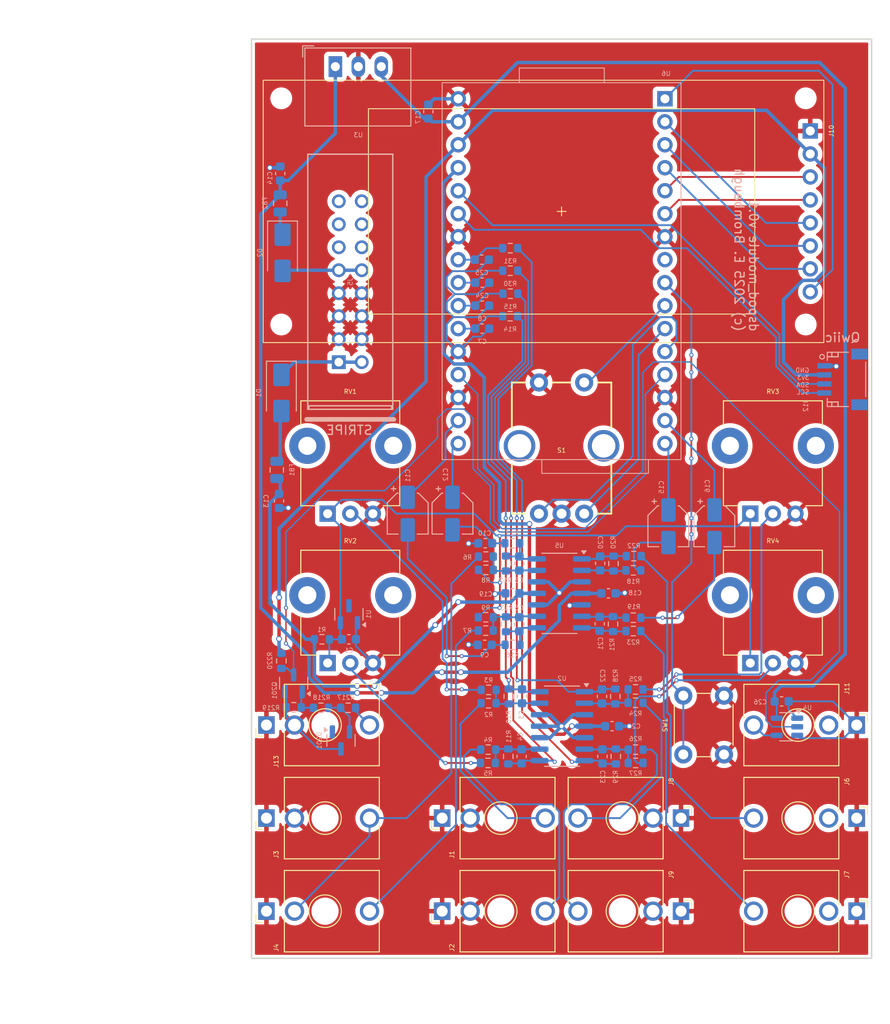
<source format=kicad_pcb>
(kicad_pcb (version 20241229) (generator "pcbnew") (generator_version "9.0")
  (layers (0 "F.Cu" signal) (2 "B.Cu" signal) (13 "F.Paste" user) (15 "B.Paste" user) (5 "F.SilkS" user "F.Silkscreen") (7 "B.SilkS" user "B.Silkscreen") (1 "F.Mask" user) (3 "B.Mask" user) (25 "Edge.Cuts" user))
  (net 0 "")
  (net 1 "GND")
  (net 2 "-5VA")
  (net 3 "+3.3VA")
  (net 4 "Net-(C3-Pad1)")
  (net 5 "Net-(U2D--)")
  (net 6 "Net-(U2C--)")
  (net 7 "Net-(C4-Pad1)")
  (net 8 "Net-(U5A--)")
  (net 9 "Net-(C5-Pad1)")
  (net 10 "Net-(U5B--)")
  (net 11 "Net-(C6-Pad1)")
  (net 12 "/CV1")
  (net 13 "/CV2")
  (net 14 "Net-(C11-Pad2)")
  (net 15 "Net-(C10-Pad1)")
  (net 16 "/in_r")
  (net 17 "/in_l")
  (net 18 "-12V")
  (net 19 "+12V")
  (net 20 "Net-(C15-Pad2)")
  (net 21 "/out_l")
  (net 22 "/out_r")
  (net 23 "Net-(C16-Pad2)")
  (net 24 "+5V")
  (net 25 "Net-(C20-Pad2)")
  (net 26 "Net-(U5C--)")
  (net 27 "Net-(U5D--)")
  (net 28 "Net-(C21-Pad2)")
  (net 29 "Net-(U2A--)")
  (net 30 "Net-(C22-Pad1)")
  (net 31 "Net-(U2B--)")
  (net 32 "Net-(C23-Pad1)")
  (net 33 "/CV3")
  (net 34 "/CV4")
  (net 35 "Net-(D1-K)")
  (net 36 "Net-(D1-A)")
  (net 37 "Net-(D2-K)")
  (net 38 "Net-(D2-A)")
  (net 39 "Net-(D201-K)")
  (net 41 "Net-(J1-PadT)")
  (net 42 "Net-(J2-PadT)")
  (net 43 "Net-(J3-PadT)")
  (net 44 "Net-(J4-PadT)")
  (net 52 "Net-(J6-PadT)")
  (net 54 "Net-(J7-PadT)")
  (net 55 "Net-(J8-PadT)")
  (net 56 "Net-(J9-PadT)")
  (net 57 "/LCD_NRST")
  (net 58 "/LCD_BK")
  (net 59 "/LCD_CS")
  (net 60 "/LCD_SDO")
  (net 61 "/LCD_DC")
  (net 62 "/LCD_SCLK")
  (net 63 "+3.3V")
  (net 64 "Net-(J11-PadT)")
  (net 66 "/SDA")
  (net 67 "/SCL")
  (net 68 "Net-(J13-PadT)")
  (net 69 "Net-(Q201-C)")
  (net 70 "Net-(Q201-B)")
  (net 71 "Net-(R3-Pad2)")
  (net 72 "Net-(R5-Pad2)")
  (net 73 "Net-(R25-Pad2)")
  (net 74 "Net-(R27-Pad2)")
  (net 75 "Net-(S1-E)")
  (net 76 "Net-(S1-A)")
  (net 77 "Net-(S1-B)")
  (net 79 "Net-(U6-GATE_OUT)")
  (net 80 "Net-(U6-BTN2)")
  (footprint "Connector_Audio:Jack_3.5mm_QingPu_WQP-PJ398SM_Vertical_CircularHoles" (layer "F.Cu") (at 149.098 136.906 -90)
    (property "Reference" "J8")
    (property "Value" "AudioJack2_SwitchT")
  )
  (footprint "EMEB:Potentiometer_TT_P0915N" (layer "F.Cu") (at 112.522 95.758)
    (property "Reference" "RV1")
    (property "Value" "10k")
  )
  (footprint "Connector_Audio:Jack_3.5mm_QingPu_WQP-PJ398SM_Vertical_CircularHoles" (layer "F.Cu") (at 168.529 147.193 -90)
    (property "Reference" "J7")
    (property "Value" "AudioJack2_SwitchT")
  )
  (footprint "EMEB:Potentiometer_TT_P0915N" (layer "F.Cu") (at 159.258 95.758)
    (property "Reference" "RV3")
    (property "Value" "10k")
  )
  (footprint "Connector_Audio:Jack_3.5mm_QingPu_WQP-PJ398SM_Vertical_CircularHoles" (layer "F.Cu") (at 168.529 126.619 -90)
    (property "Reference" "J11")
    (property "Value" "AudioJack2_SwitchT")
  )
  (footprint "Connector_Audio:Jack_3.5mm_QingPu_WQP-PJ398SM_Vertical_CircularHoles" (layer "F.Cu") (at 103.251 126.619 90)
    (property "Reference" "J13")
    (property "Value" "AudioJack2_SwitchT")
  )
  (footprint "EMEB:Potentiometer_TT_P0915N" (layer "F.Cu") (at 159.258 112.268)
    (property "Reference" "RV4")
    (property "Value" "10k")
  )
  (footprint "Button_Switch_THT:SW_PUSH_6mm" (layer "F.Cu") (at 149.352 129.8702 90)
    (property "Reference" "SW1")
    (property "Value" "SW_Push")
  )
  (footprint "Connector_Audio:Jack_3.5mm_QingPu_WQP-PJ398SM_Vertical_CircularHoles" (layer "F.Cu") (at 122.682 136.906 90)
    (property "Reference" "J1")
    (property "Value" "AudioJack2_SwitchT")
  )
  (footprint "Connector_Audio:Jack_3.5mm_QingPu_WQP-PJ398SM_Vertical_CircularHoles" (layer "F.Cu") (at 149.098 147.193 -90)
    (property "Reference" "J9")
    (property "Value" "AudioJack2_SwitchT")
  )
  (footprint "EMEB:1.9_IPS_LCD" (layer "F.Cu") (at 135.89 69.85 -90)
    (property "Reference" "J10")
    (property "Value" "LCD")
  )
  (footprint "Connector_Audio:Jack_3.5mm_QingPu_WQP-PJ398SM_Vertical_CircularHoles" (layer "F.Cu") (at 168.529 136.906 -90)
    (property "Reference" "J6")
    (property "Value" "AudioJack2_SwitchT")
  )
  (footprint "EMEB:ENC_11" (layer "F.Cu") (at 135.89 95.758)
    (property "Reference" "S1")
    (property "Value" "encoder_en11")
  )
  (footprint "Connector_Audio:Jack_3.5mm_QingPu_WQP-PJ398SM_Vertical_CircularHoles" (layer "F.Cu") (at 103.251 136.906 90)
    (property "Reference" "J3")
    (property "Value" "AudioJack2_SwitchT")
  )
  (footprint "EMEB:Potentiometer_TT_P0915N" (layer "F.Cu") (at 112.522 112.268)
    (property "Reference" "RV2")
    (property "Value" "10k")
  )
  (footprint "Connector_Audio:Jack_3.5mm_QingPu_WQP-PJ398SM_Vertical_CircularHoles" (layer "F.Cu") (at 103.251 147.193 90)
    (property "Reference" "J4")
    (property "Value" "AudioJack2_SwitchT")
  )
  (footprint "Connector_Audio:Jack_3.5mm_QingPu_WQP-PJ398SM_Vertical_CircularHoles" (layer "F.Cu") (at 122.682 147.193 90)
    (property "Reference" "J2")
    (property "Value" "AudioJack2_SwitchT")
  )
  (footprint "Capacitor_SMD:CP_Elec_4x5.3" (layer "B.Cu") (at 152.781 104.648 -90)
    (property "Reference" "C16")
    (property "Value" "1uf")
  )
  (footprint "Capacitor_SMD:C_0603_1608Metric" (layer "B.Cu") (at 131.2164 108.7628 -90)
    (property "Reference" "C5")
    (property "Value" "330pf")
  )
  (footprint "EMEB:con16_2X8_S4_TEC" (layer "B.Cu") (at 111.252 86.5124 90)
    (property "Reference" "J5")
    (property "Value" "Conn_02x08_Odd_Even")
  )
  (footprint "Capacitor_SMD:C_0805_2012Metric" (layer "B.Cu") (at 104.775 68.961 -90)
    (property "Reference" "FB2")
    (property "Value" "220")
  )
  (footprint "Capacitor_SMD:C_0603_1608Metric" (layer "B.Cu") (at 131.5212 123.444 -90)
    (property "Reference" "C3")
    (property "Value" "330pf")
  )
  (footprint "Resistor_SMD:R_0603_1608Metric" (layer "B.Cu") (at 141.5796 115.4562 90)
    (property "Reference" "R21")
    (property "Value" "100k")
  )
  (footprint "Resistor_SMD:R_0603_1608Metric" (layer "B.Cu") (at 130.4666 117.7544)
    (property "Reference" "R16")
    (property "Value" "100")
  )
  (footprint "Capacitor_SMD:CP_Elec_4x5.3" (layer "B.Cu") (at 118.872 103.251 -90)
    (property "Reference" "C11")
    (property "Value" "1uf")
  )
  (footprint "Capacitor_SMD:C_0603_1608Metric" (layer "B.Cu") (at 130.4544 112.0648)
    (property "Reference" "C19")
    (property "Value" "0.1uf")
  )
  (footprint "Package_TO_SOT_SMD:SOT-23-5" (layer "B.Cu") (at 160.8129 126.812 180)
    (property "Reference" "U4")
    (property "Value" "74AHCT1G125")
  )
  (footprint "Resistor_SMD:R_0603_1608Metric" (layer "B.Cu") (at 141.6304 108.775 -90)
    (property "Reference" "R20")
    (property "Value" "100k")
  )
  (footprint "Capacitor_SMD:C_0603_1608Metric" (layer "B.Cu") (at 127.3934 117.7544 180)
    (property "Reference" "C9")
    (property "Value" "220pf")
  )
  (footprint "Resistor_SMD:R_0603_1608Metric" (layer "B.Cu") (at 127.7742 129.3368 180)
    (property "Reference" "R4")
    (property "Value" "100k")
  )
  (footprint "Resistor_SMD:R_0603_1608Metric" (layer "B.Cu") (at 130.4422 106.5276)
    (property "Reference" "R17")
    (property "Value" "100")
  )
  (footprint "Resistor_SMD:R_0603_1608Metric" (layer "B.Cu") (at 129.7432 115.4806 90)
    (property "Reference" "R13")
    (property "Value" "20k")
  )
  (footprint "Converter_DCDC:Converter_DCDC_RECOM_R-78E-0.5_THT" (layer "B.Cu") (at 110.871 53.848)
    (property "Reference" "U3")
    (property "Value" "R-78E5.0-1.0")
  )
  (footprint "Capacitor_SMD:C_0603_1608Metric" (layer "B.Cu") (at 127.4442 106.5276 180)
    (property "Reference" "C10")
    (property "Value" "220pf")
  )
  (footprint "Package_SO:SOIC-14_3.9x8.7mm_P1.27mm" (layer "B.Cu") (at 135.6502 112.0648 180)
    (property "Reference" "U5")
    (property "Value" "TL074")
  )
  (footprint "Capacitor_SMD:C_0603_1608Metric" (layer "B.Cu") (at 127.1146 80.264)
    (property "Reference" "C8")
    (property "Value" "0.01uf")
  )
  (footprint "Capacitor_SMD:C_0603_1608Metric" (layer "B.Cu") (at 131.2164 115.4814 90)
    (property "Reference" "C6")
    (property "Value" "330pf")
  )
  (footprint "Resistor_SMD:R_0603_1608Metric" (layer "B.Cu") (at 127.508 114.7064)
    (property "Reference" "R9")
    (property "Value" "60.4k")
  )
  (footprint "Resistor_SMD:R_0603_1608Metric" (layer "B.Cu") (at 127.825 122.7328 180)
    (property "Reference" "R3")
    (property "Value" "49.9k")
  )
  (footprint "Resistor_SMD:R_0603_1608Metric" (layer "B.Cu") (at 143.827 114.7572)
    (property "Reference" "R19")
    (property "Value" "20k")
  )
  (footprint "Resistor_SMD:R_0603_1608Metric" (layer "B.Cu") (at 127.5202 108.0008 180)
    (property "Reference" "R6")
    (property "Value" "100k")
  )
  (footprint "Resistor_SMD:R_0603_1608Metric" (layer "B.Cu") (at 127.8128 124.206 180)
    (property "Reference" "R2")
    (property "Value" "100k")
  )
  (footprint "Capacitor_SMD:C_0603_1608Metric" (layer "B.Cu") (at 104.775 65.659 90)
    (property "Reference" "C14")
    (property "Value" "1uf")
  )
  (footprint "Diode_SMD:D_SMA" (layer "B.Cu") (at 104.902 89.916 -90)
    (property "Reference" "D1")
    (property "Value" "D")
  )
  (footprint "Capacitor_SMD:C_0603_1608Metric" (layer "B.Cu") (at 104.648 101.854 -90)
    (property "Reference" "C13")
    (property "Value" "1uf")
  )
  (footprint "Resistor_SMD:R_0603_1608Metric" (layer "B.Cu") (at 144.081 129.3368)
    (property "Reference" "R26")
    (property "Value" "100k")
  )
  (footprint "Resistor_SMD:R_0603_1608Metric" (layer "B.Cu") (at 109.3846 117.1448 180)
    (property "Reference" "R1")
    (property "Value" "1.5k")
  )
  (footprint "Resistor_SMD:R_0603_1608Metric" (layer "B.Cu") (at 144.0688 124.1552)
    (property "Reference" "R24")
    (property "Value" "100k")
  )
  (footprint "Resistor_SMD:R_0603_1608Metric" (layer "B.Cu") (at 141.8844 130.0866 90)
    (property "Reference" "R29")
    (property "Value" "33k")
  )
  (footprint "Resistor_SMD:R_0603_1608Metric" (layer "B.Cu") (at 106.2736 124.6632)
    (property "Reference" "R219")
    (property "Value" "60k")
  )
  (footprint "Package_TO_SOT_SMD:SOT-23" (layer "B.Cu") (at 106.2584 121.9985 90)
    (property "Reference" "Q201")
    (property "Value" "MMBT3904")
  )
  (footprint "Capacitor_SMD:C_0603_1608Metric" (layer "B.Cu") (at 127.0638 75.184)
    (property "Reference" "C25")
    (property "Value" "0.01uf")
  )
  (footprint "Capacitor_SMD:C_0603_1608Metric" (layer "B.Cu") (at 141.478 126.746)
    (property "Reference" "C2")
    (property "Value" "0.1uf")
  )
  (footprint "Resistor_SMD:R_0603_1608Metric" (layer "B.Cu") (at 143.8778 107.95 180)
    (property "Reference" "R22")
    (property "Value" "100")
  )
  (footprint "Capacitor_SMD:CP_Elec_4x5.3" (layer "B.Cu") (at 147.701 104.648 -90)
    (property "Reference" "C15")
    (property "Value" "1uf")
  )
  (footprint "Resistor_SMD:R_0603_1608Metric" (layer "B.Cu") (at 127.508 116.1796 180)
    (property "Reference" "R7")
    (property "Value" "100k")
  )
  (footprint "Capacitor_SMD:C_0603_1608Metric" (layer "B.Cu") (at 160.2232 124.0028)
    (property "Reference" "C26")
    (property "Value" "0.1uf")
  )
  (footprint "Capacitor_SMD:C_0603_1608Metric" (layer "B.Cu") (at 121.158 58.814 90)
    (property "Reference" "C17")
    (property "Value" "1uf")
  )
  (footprint "Resistor_SMD:R_0603_1608Metric" (layer "B.Cu") (at 144.0688 122.682)
    (property "Reference" "R25")
    (property "Value" "49.9k")
  )
  (footprint "Capacitor_SMD:C_0603_1608Metric" (layer "B.Cu") (at 140.4112 130.0858 90)
    (property "Reference" "C23")
    (property "Value" "330pf")
  )
  (footprint "Diode_SMD:D_SMA" (layer "B.Cu") (at 105.029 74.422 -90)
    (property "Reference" "D2")
    (property "Value" "D")
  )
  (footprint "Resistor_SMD:R_0603_1608Metric" (layer "B.Cu") (at 130.2134 76.4032)
    (property "Reference" "R30")
    (property "Value" "180")
  )
  (footprint "Resistor_SMD:R_0603_1608Metric" (layer "B.Cu") (at 129.7432 108.7628 -90)
    (property "Reference" "R12")
    (property "Value" "20k")
  )
  (footprint "Capacitor_SMD:C_0805_2012Metric" (layer "B.Cu") (at 104.394 98.425 90)
    (property "Reference" "FB1")
    (property "Value" "220")
  )
  (footprint "Resistor_SMD:R_0603_1608Metric" (layer "B.Cu") (at 130.048 123.4562 -90)
    (property "Reference" "R10")
    (property "Value" "33k")
  )
  (footprint "Resistor_SMD:R_0603_1608Metric" (layer "B.Cu") (at 144.081 130.81)
    (property "Reference" "R27")
    (property "Value" "49.9k")
  )
  (footprint "Resistor_SMD:R_0603_1608Metric" (layer "B.Cu") (at 112.2802 124.714)
    (property "Reference" "R217")
    (property "Value" "10k")
  )
  (footprint "Capacitor_SMD:C_0603_1608Metric" (layer "B.Cu") (at 131.4704 130.0858 90)
    (property "Reference" "C4")
    (property "Value" "330pf")
  )
  (footprint "Resistor_SMD:R_0603_1608Metric" (layer "B.Cu") (at 127.5202 109.474)
    (property "Reference" "R8")
    (property "Value" "60.4k")
  )
  (footprint "EMEB:dspod" (layer "B.Cu") (at 135.89 76.454 180)
    (property "Reference" "U6")
    (property "Value" "~")
  )
  (footprint "EMEB:JST_SH_SM04B-SRSS-TB_04x1.00mm_Angled" (layer "B.Cu") (at 166.8851 88.416 -90)
    (property "Reference" "J12")
    (property "Value" "JST SH-4 (Qwiic)")
  )
  (footprint "Capacitor_SMD:C_0603_1608Metric" (layer "B.Cu") (at 127.1146 77.724)
    (property "Reference" "C24")
    (property "Value" "0.01uf")
  )
  (footprint "Resistor_SMD:R_0603_1608Metric" (layer "B.Cu") (at 143.827 116.2304 180)
    (property "Reference" "R23")
    (property "Value" "100")
  )
  (footprint "Resistor_SMD:R_0603_1608Metric" (layer "B.Cu") (at 109.283 124.714)
    (property "Reference" "R218")
    (property "Value" "10k")
  )
  (footprint "Resistor_SMD:R_0603_1608Metric" (layer "B.Cu") (at 129.9972 130.0866 90)
    (property "Reference" "R11")
    (property "Value" "33k")
  )
  (footprint "Resistor_SMD:R_0603_1608Metric" (layer "B.Cu") (at 130.2134 73.914)
    (property "Reference" "R31")
    (property "Value" "180")
  )
  (footprint "Capacitor_SMD:CP_Elec_4x5.3" (layer "B.Cu") (at 123.825 103.251 -90)
    (property "Reference" "C12")
    (property "Value" "1uf")
  )
  (footprint "Capacitor_SMD:C_0603_1608Metric" (layer "B.Cu") (at 140.1572 108.7498 90)
    (property "Reference" "C20")
    (property "Value" "68pf")
  )
  (footprint "Package_SO:SOIC-14_3.9x8.7mm_P1.27mm" (layer "B.Cu") (at 135.9408 126.746 180)
    (property "Reference" "U2")
    (property "Value" "MCP6004")
  )
  (footprint "Capacitor_SMD:C_0603_1608Metric" (layer "B.Cu") (at 112.3696 117.1448)
    (property "Reference" "C1")
    (property "Value" "0.1uf")
  )
  (footprint "Package_TO_SOT_SMD:SOT-23" (layer "B.Cu") (at 112.3696 114.3739 90)
    (property "Reference" "U1")
    (property "Value" "LM4040DBZ-5")
  )
  (footprint "Package_TO_SOT_SMD:SOT-23" (layer "B.Cu") (at 111.4919 128.3208 -90)
    (property "Reference" "D201")
    (property "Value" "BAT54S")
  )
  (footprint "Resistor_SMD:R_0603_1608Metric" (layer "B.Cu") (at 104.902 119.5324 90)
    (property "Reference" "R220")
    (property "Value" "10k")
  )
  (footprint "Resistor_SMD:R_0603_1608Metric" (layer "B.Cu") (at 130.2256 78.9432)
    (property "Reference" "R15")
    (property "Value" "180")
  )
  (footprint "Capacitor_SMD:C_0603_1608Metric" (layer "B.Cu") (at 141.0716 112.0648)
    (property "Reference" "C18")
    (property "Value" "0.1uf")
  )
  (footprint "Resistor_SMD:R_0603_1608Metric" (layer "B.Cu") (at 127.7498 130.81 180)
    (property "Reference" "R5")
    (property "Value" "49.9k")
  )
  (footprint "Resistor_SMD:R_0603_1608Metric" (layer "B.Cu") (at 143.827 109.5248)
    (property "Reference" "R18")
    (property "Value" "20k")
  )
  (footprint "Capacitor_SMD:C_0603_1608Metric" (layer "B.Cu") (at 140.3604 123.457 -90)
    (property "Reference" "C22")
    (property "Value" "330pf")
  )
  (footprint "Capacitor_SMD:C_0603_1608Metric" (layer "B.Cu") (at 127.1146 82.804)
    (property "Reference" "C7")
    (property "Value" "0.01uf")
  )
  (footprint "Resistor_SMD:R_0603_1608Metric" (layer "B.Cu") (at 130.2012 81.4324)
    (property "Reference" "R14")
    (property "Value" "180")
  )
  (footprint "Capacitor_SMD:C_0603_1608Metric" (layer "B.Cu") (at 140.1064 115.4306 -90)
    (property "Reference" "C21")
    (property "Value" "68pf")
  )
  (footprint "Resistor_SMD:R_0603_1608Metric" (layer "B.Cu") (at 141.8336 123.4562 -90)
    (property "Reference" "R28")
    (property "Value" "33k")
  )
  (gr_line (start 117.348 92.837) (end 107.696 92.837) (stroke (width 0.508)) (layer "B.SilkS"))
  (gr_rect (start 101.6 50.8) (end 170.18 152.4) (stroke (width 0.15)) (fill no) (layer "Edge.Cuts"))
  (gr_text "STRIPE" (at 115.062 94.615 0) (layer "B.SilkS") (effects (font (size 1 1)) (justify left bottom mirror)))
  (gr_text "dspod_module v0.1\n(c) 2025 E. Brombaugh" (at 154.94 83.2104 270) (layer "B.SilkS") (effects (font (size 1 1)) (justify left bottom mirror)))
  (gr_text "Qwiic" (at 169.0116 84.3788 0) (layer "B.SilkS") (effects (font (size 1 1)) (justify left bottom mirror)))
  (gr_text "GND\n3v3\nSDA\nSCL" (at 163.322 90.1192 0) (layer "B.SilkS") (effects (font (size 0.5 0.5) (thickness 0.07)) (justify left bottom mirror)))
  (via (at 125.603 106.553) (size 0.635) (drill 0.4318) (layers "F.Cu" "B.Cu") (net 1))
  (via (at 105.664 102.616) (size 0.635) (drill 0.4318) (layers "F.Cu" "B.Cu") (net 1))
  (via (at 142.875 112.014) (size 0.635) (drill 0.4318) (layers "F.Cu" "B.Cu") (net 1))
  (via (at 135.636 112.014) (size 0.635) (drill 0.4318) (layers "F.Cu" "B.Cu") (net 1))
  (via (at 125.603 117.729) (size 0.635) (drill 0.4318) (layers "F.Cu" "B.Cu") (net 1))
  (via (at 128.524 112.141) (size 0.635) (drill 0.4318) (layers "F.Cu" "B.Cu") (net 1))
  (via (at 143.383 126.746) (size 0.635) (drill 0.4318) (layers "F.Cu" "B.Cu") (net 1))
  (via (at 135.89 126.746) (size 0.635) (drill 0.4318) (layers "F.Cu" "B.Cu") (net 1))
  (via (at 103.632 65.024) (size 0.635) (drill 0.4318) (layers "F.Cu" "B.Cu") (net 1))
  (via (at 136.779 113.411) (size 0.635) (drill 0.4318) (layers "F.Cu" "B.Cu") (net 1))
  (via (at 166.2684 86.9696) (size 0.635) (drill 0.4318) (layers "F.Cu" "B.Cu") (net 1))
  (segment (start 123.19 79.883) (end 123.19 80.772) (width 0.2032) (layer "B.Cu") (net 1))
  (segment (start 126.6196 81.534) (end 127.8896 80.264) (width 0.2032) (layer "B.Cu") (net 1))
  (segment (start 138.1252 110.7948) (end 136.8552 110.7948) (width 0.381) (layer "B.Cu") (net 1))
  (segment (start 123.19 77.089) (end 123.19 78.105) (width 0.2032) (layer "B.Cu") (net 1))
  (segment (start 142.8242 112.0648) (end 142.875 112.014) (width 0.381) (layer "B.Cu") (net 1))
  (segment (start 164.9476 86.916) (end 166.2148 86.916) (width 0.381) (layer "B.Cu") (net 1))
  (segment (start 125.855104 117.729) (end 125.880504 117.7544) (width 0.2032) (layer "B.Cu") (net 1))
  (segment (start 123.19 82.296) (end 123.19 84.074) (width 0.2032) (layer "B.Cu") (net 1))
  (segment (start 133.4658 126.746) (end 135.89 126.746) (width 0.381) (layer "B.Cu") (net 1))
  (segment (start 126.111 83.693) (end 127 83.693) (width 0.2032) (layer "B.Cu") (net 1))
  (segment (start 123.19 80.772) (end 123.950607 81.532607) (width 0.2032) (layer "B.Cu") (net 1))
  (segment (start 133.4658 125.476) (end 134.62 125.476) (width 0.381) (layer "B.Cu") (net 1))
  (segment (start 105.4486 124.6632) (end 105.4486 123.0762) (width 0.2032) (layer "B.Cu") (net 1))
  (segment (start 115.022 119.768) (end 113.1446 117.8906) (width 0.2032) (layer "B.Cu") (net 1))
  (segment (start 105.651 102.629) (end 104.648 102.629) (width 0.381) (layer "B.Cu") (net 1))
  (segment (start 162.250399 128.061999) (end 163.576 128.061999) (width 0.2032) (layer "B.Cu") (net 1))
  (segment (start 124.46 85.344) (end 126.111 83.693) (width 0.2032) (layer "B.Cu") (net 1))
  (segment (start 133.1752 113.3348) (end 134.3152 113.3348) (width 0.381) (layer "B.Cu") (net 1))
  (segment (start 138.1252 113.3348) (end 136.8552 113.3348) (width 0.381) (layer "B.Cu") (net 1))
  (segment (start 133.1752 110.7948) (end 134.4168 110.7948) (width 0.381) (layer "B.Cu") (net 1))
  (segment (start 129.6794 112.0648) (end 128.6002 112.0648) (width 0.381) (layer "B.Cu") (net 1))
  (segment (start 123.950607 81.532607) (end 124.201821 81.532607) (width 0.2032) (layer "B.Cu") (net 1))
  (segment (start 124.203214 81.534) (end 126.6196 81.534) (width 0.2032) (layer "B.Cu") (net 1))
  (segment (start 123.825 76.454) (end 123.19 77.089) (width 0.2032) (layer "B.Cu") (net 1))
  (segment (start 125.6284 106.5276) (end 125.603 106.553) (width 0.2032) (layer "B.Cu") (net 1))
  (segment (start 137.16 128.016) (end 135.89 126.746) (width 0.381) (layer "B.Cu") (net 1))
  (segment (start 113.1446 117.8906) (end 113.1446 117.1448) (width 0.2032) (layer "B.Cu") (net 1))
  (segment (start 163.576 128.061999) (end 167.086001 128.061999) (width 0.2032) (layer "B.Cu") (net 1))
  (segment (start 165.9128 124.0028) (end 168.529 126.619) (width 0.2032) (layer "B.Cu") (net 1))
  (segment (start 134.3152 113.3348) (end 135.636 112.014) (width 0.381) (layer "B.Cu") (net 1))
  (segment (start 167.086001 128.061999) (end 168.529 126.619) (width 0.2032) (layer "B.Cu") (net 1))
  (segment (start 134.62 125.476) (end 135.89 126.746) (width 0.381) (layer "B.Cu") (net 1))
  (segment (start 123.19 78.105) (end 124.079 78.994) (width 0.2032) (layer "B.Cu") (net 1))
  (segment (start 125.880504 117.7544) (end 126.6184 117.7544) (width 0.2032) (layer "B.Cu") (net 1))
  (segment (start 160.9982 124.0028) (end 165.9128 124.0028) (width 0.2032) (layer "B.Cu") (net 1))
  (segment (start 124.079 78.994) (end 124.203215 78.994) (width 0.2032) (layer "B.Cu") (net 1))
  (segment (start 105.4486 125.7166) (end 105.4486 124.6632) (width 0.2032) (layer "B.Cu") (net 1))
  (segment (start 124.079 78.994) (end 123.19 79.883) (width 0.2032) (layer "B.Cu") (net 1))
  (segment (start 161.9504 127.762) (end 162.250399 128.061999) (width 0.2032) (layer "B.Cu") (net 1))
  (segment (start 123.699393 81.786607) (end 123.19 82.296) (width 0.2032) (layer "B.Cu") (net 1))
  (segment (start 137.16 125.476) (end 135.89 126.746) (width 0.381) (layer "B.Cu") (net 1))
  (segment (start 166.2148 86.916) (end 166.2684 86.9696) (width 0.381) (layer "B.Cu") (net 1))
  (segment (start 113.1446 117.1448) (end 113.1446 115.4864) (width 0.2032) (layer "B.Cu") (net 1))
  (segment (start 126.6196 78.994) (end 124.203215 78.994) (width 0.2032) (layer "B.Cu") (net 1))
  (segment (start 142.253 126.746) (end 143.383 126.746) (width 0.381) (layer "B.Cu") (net 1))
  (segment (start 113.1446 115.4864) (end 113.3196 115.3114) (width 0.2032) (layer "B.Cu") (net 1))
  (segment (start 133.4658 128.016) (end 134.62 128.016) (width 0.381) (layer "B.Cu") (net 1))
  (segment (start 127.8896 77.724) (end 126.6196 78.994) (width 0.2032) (layer "B.Cu") (net 1))
  (segment (start 134.62 128.016) (end 135.89 126.746) (width 0.381) (layer "B.Cu") (net 1))
  (segment (start 160.9982 124.9098) (end 161.9504 125.862) (width 0.2032) (layer "B.Cu") (net 1))
  (segment (start 127.889 82.804) (end 127.8896 82.804) (width 0.2032) (layer "B.Cu") (net 1))
  (segment (start 127 83.693) (end 127.889 82.804) (width 0.2032) (layer "B.Cu") (net 1))
  (segment (start 125.603 117.729) (end 125.855104 117.729) (width 0.2032) (layer "B.Cu") (net 1))
  (segment (start 124.201821 81.532607) (end 124.203214 81.534) (width 0.2032) (layer "B.Cu") (net 1))
  (segment (start 136.8552 110.7948) (end 135.636 112.014) (width 0.381) (layer "B.Cu") (net 1))
  (segment (start 108.9903 129.2583) (end 106.351 126.619) (width 0.2032) (layer "B.Cu") (net 1))
  (segment (start 138.4158 128.016) (end 137.16 128.016) (width 0.381) (layer "B.Cu") (net 1))
  (segment (start 123.19 84.074) (end 124.46 85.344) (width 0.2032) (layer "B.Cu") (net 1))
  (segment (start 124.46 57.404) (end 121.793 57.404) (width 0.381) (layer "B.Cu") (net 1))
  (segment (start 105.4486 123.0762) (end 105.3084 122.936) (width 0.2032) (layer "B.Cu") (net 1))
  (segment (start 103.632 65.024) (end 104.635 65.024) (width 0.381) (layer "B.Cu") (net 1))
  (segment (start 134.4168 110.7948) (end 135.636 112.014) (width 0.381) (layer "B.Cu") (net 1))
  (segment (start 127.8388 75.184) (end 126.5688 76.454) (width 0.2032) (layer "B.Cu") (net 1))
  (segment (start 126.6692 106.5276) (end 125.6284 106.5276) (width 0.2032) (layer "B.Cu") (net 1))
  (segment (start 136.8552 113.3348) (end 136.779 113.411) (width 0.381) (layer "B.Cu") (net 1))
  (segment (start 121.793 57.404) (end 121.158 58.039) (width 0.381) (layer "B.Cu") (net 1))
  (segment (start 105.664 102.616) (end 105.651 102.629) (width 0.381) (layer "B.Cu") (net 1))
  (segment (start 106.351 126.619) (end 105.4486 125.7166) (width 0.2032) (layer "B.Cu") (net 1))
  (segment (start 123.699393 81.783821) (end 123.699393 81.786607) (width 0.2032) (layer "B.Cu") (net 1))
  (segment (start 160.9982 124.0028) (end 160.9982 124.9098) (width 0.2032) (layer "B.Cu") (net 1))
  (segment (start 128.6002 112.0648) (end 128.524 112.141) (width 0.381) (layer "B.Cu") (net 1))
  (segment (start 104.635 65.024) (end 104.775 64.884) (width 0.381) (layer "B.Cu") (net 1))
  (segment (start 111.4919 129.2583) (end 108.9903 129.2583) (width 0.2032) (layer "B.Cu") (net 1))
  (segment (start 138.4158 125.476) (end 137.16 125.476) (width 0.381) (layer "B.Cu") (net 1))
  (segment (start 123.950607 81.532607) (end 123.699393 81.783821) (width 0.2032) (layer "B.Cu") (net 1))
  (segment (start 141.8466 112.0648) (end 142.8242 112.0648) (width 0.381) (layer "B.Cu") (net 1))
  (segment (start 126.5688 76.454) (end 123.825 76.454) (width 0.2032) (layer "B.Cu") (net 1))
  (segment (start 129.0711 110.871) (end 129.0711 113.6259) (width 0.2032) (layer "F.Cu") (net 2))
  (segment (start 129.032 105.7148) (end 129.0711 105.7539) (width 0.2032) (layer "F.Cu") (net 2))
  (segment (start 129.0711 105.7539) (end 129.0711 110.871) (width 0.2032) (layer "F.Cu") (net 2))
  (segment (start 129.0711 113.6259) (end 129.032 113.665) (width 0.2032) (layer "F.Cu") (net 2))
  (via (at 129.032 113.665) (size 0.4572) (drill 0.254) (layers "F.Cu" "B.Cu") (net 2))
  (via (at 129.032 105.7148) (size 0.4572) (drill 0.254) (layers "F.Cu" "B.Cu") (net 2))
  (via (at 129.0711 110.871) (size 0.4572) (drill 0.254) (layers "F.Cu" "B.Cu") (net 2))
  (segment (start 111.553 101.727) (end 116.078 101.727) (width 0.2032) (layer "B.Cu") (net 2))
  (segment (start 127.7244 113.665) (end 129.032 113.665) (width 0.1524) (layer "B.Cu") (net 2))
  (segment (start 111.4196 115.3114) (end 111.4196 116.9698) (width 0.2032) (layer "B.Cu") (net 2))
  (segment (start 129.032 105.664) (end 129.032 105.7148) (width 0.2032) (layer "B.Cu") (net 2))
  (segment (start 126.683 114.7064) (end 127.7244 113.665) (width 0.1524) (layer "B.Cu") (net 2))
  (segment (start 128.651 105.664) (end 129.032 105.664) (width 0.2032) (layer "B.Cu") (net 2))
  (segment (start 156.758 103.258) (end 156.758 119.768) (width 0.2032) (layer "B.Cu") (net 2))
  (segment (start 141.986 105.664) (end 143.002 104.648) (width 0.2032) (layer "B.Cu") (net 2))
  (segment (start 110.2096 119.5804) (end 110.022 119.768) (width 0.2032) (layer "B.Cu") (net 2))
  (segment (start 110.2096 117.1448) (end 110.2096 119.5804) (width 0.2032) (layer "B.Cu") (net 2))
  (segment (start 116.078 101.727) (end 117.602 103.251) (width 0.2032) (layer "B.Cu") (net 2))
  (segment (start 111.4196 116.9698) (end 111.5946 117.1448) (width 0.2032) (layer "B.Cu") (net 2))
  (segment (start 117.602 103.251) (end 126.238 103.251) (width 0.2032) (layer "B.Cu") (net 2))
  (segment (start 110.022 103.258) (end 111.4196 104.6556) (width 0.2032) (layer "B.Cu") (net 2))
  (segment (start 111.4196 104.6556) (end 111.4196 115.3114) (width 0.2032) (layer "B.Cu") (net 2))
  (segment (start 155.368 104.648) (end 156.758 103.258) (width 0.2032) (layer "B.Cu") (net 2))
  (segment (start 129.032 105.664) (end 141.986 105.664) (width 0.2032) (layer "B.Cu") (net 2))
  (segment (start 143.002 104.648) (end 155.368 104.648) (width 0.2032) (layer "B.Cu") (net 2))
  (segment (start 110.022 103.258) (end 111.553 101.727) (width 0.2032) (layer "B.Cu") (net 2))
  (segment (start 126.6952 109.474) (end 128.0922 110.871) (width 0.1524) (layer "B.Cu") (net 2))
  (segment (start 126.238 103.251) (end 128.651 105.664) (width 0.2032) (layer "B.Cu") (net 2))
  (segment (start 128.0922 110.871) (end 129.0711 110.871) (width 0.1524) (layer "B.Cu") (net 2))
  (segment (start 111.5946 117.1448) (end 110.2096 117.1448) (width 0.2032) (layer "B.Cu") (net 2))
  (segment (start 132.334 104.394) (end 132.334 124.714) (width 0.381) (layer "F.Cu") (net 3))
  (segment (start 136.144 127.635) (end 137.033 126.746) (width 0.381) (layer "F.Cu") (net 3))
  (segment (start 135.255 127.635) (end 136.144 127.635) (width 0.381) (layer "F.Cu") (net 3))
  (segment (start 132.334 124.714) (end 135.255 127.635) (width 0.381) (layer "F.Cu") (net 3))
  (via (at 137.033 126.746) (size 0.635) (drill 0.4318) (layers "F.Cu" "B.Cu") (net 3))
  (via (at 132.334 104.394) (size 0.635) (drill 0.4318) (layers "F.Cu" "B.Cu") (net 3))
  (segment (start 129.032 99.822) (end 127.3419 98.1319) (width 0.381) (layer "B.Cu") (net 3))
  (segment (start 129.413 104.394) (end 129.032 104.013) (width 0.381) (layer "B.Cu") (net 3))
  (segment (start 137.033 126.746) (end 138.4158 126.746) (width 0.381) (layer "B.Cu") (net 3))
  (segment (start 123.975991 86.7155) (end 122.7699 85.509409) (width 0.381) (layer "B.Cu") (net 3))
  (segment (start 127.3419 88.2259) (end 125.8315 86.7155) (width 0.381) (layer "B.Cu") (net 3))
  (segment (start 122.7699 85.509409) (end 122.7699 66.7141) (width 0.381) (layer "B.Cu") (net 3))
  (segment (start 127.3419 98.1319) (end 127.3419 88.2259) (width 0.381) (layer "B.Cu") (net 3))
  (segment (start 122.7699 66.7141) (end 124.46 65.024) (width 0.381) (layer "B.Cu") (net 3))
  (segment (start 129.032 104.013) (end 129.032 99.822) (width 0.381) (layer "B.Cu") (net 3))
  (segment (start 125.8315 86.7155) (end 123.975991 86.7155) (width 0.381) (layer "B.Cu") (net 3))
  (segment (start 138.4158 126.746) (end 140.703 126.746) (width 0.381) (layer "B.Cu") (net 3))
  (segment (start 132.334 104.394) (end 129.413 104.394) (width 0.381) (layer "B.Cu") (net 3))
  (segment (start 129.717797 103.759) (end 129.717797 121.335797) (width 0.2032) (layer "F.Cu") (net 4))
  (segment (start 129.717797 121.335797) (end 130.048 121.666) (width 0.2032) (layer "F.Cu") (net 4))
  (via (at 129.717797 103.759) (size 0.4572) (drill 0.254) (layers "F.Cu" "B.Cu") (net 4))
  (via (at 130.048 121.666) (size 0.4572) (drill 0.254) (layers "F.Cu" "B.Cu") (net 4))
  (segment (start 129.717797 99.618797) (end 127.762 97.663) (width 0.2032) (layer "B.Cu") (net 4))
  (segment (start 133.4658 122.936) (end 131.7882 122.936) (width 0.2032) (layer "B.Cu") (net 4))
  (segment (start 130.048 122.6312) (end 130.048 121.666) (width 0.2032) (layer "B.Cu") (net 4))
  (segment (start 127.762 90.17) (end 131.5446 86.3874) (width 0.2032) (layer "B.Cu") (net 4))
  (segment (start 131.5446 81.9508) (end 131.0262 81.4324) (width 0.2032) (layer "B.Cu") (net 4))
  (segment (start 129.717797 103.759) (end 129.717797 99.618797) (width 0.2032) (layer "B.Cu") (net 4))
  (segment (start 127.762 97.663) (end 127.762 90.17) (width 0.2032) (layer "B.Cu") (net 4))
  (segment (start 130.0858 122.669) (end 130.048 122.6312) (width 0.2032) (layer "B.Cu") (net 4))
  (segment (start 131.5446 86.3874) (end 131.5446 81.9508) (width 0.2032) (layer "B.Cu") (net 4))
  (segment (start 131.5212 122.669) (end 130.0858 122.669) (width 0.2032) (layer "B.Cu") (net 4))
  (segment (start 131.7882 122.936) (end 131.5212 122.669) (width 0.2032) (layer "B.Cu") (net 4))
  (segment (start 131.5212 124.219) (end 130.1102 124.219) (width 0.2032) (layer "B.Cu") (net 5))
  (segment (start 128.6378 124.206) (end 128.6378 122.745) (width 0.2032) (layer "B.Cu") (net 5))
  (segment (start 133.4658 124.206) (end 131.5342 124.206) (width 0.2032) (layer "B.Cu") (net 5))
  (segment (start 130.048 124.2812) (end 128.713 124.2812) (width 0.2032) (layer "B.Cu") (net 5))
  (segment (start 130.1102 124.219) (end 130.048 124.2812) (width 0.2032) (layer "B.Cu") (net 5))
  (segment (start 128.6378 122.745) (end 128.65 122.7328) (width 0.2032) (layer "B.Cu") (net 5))
  (segment (start 131.5342 124.206) (end 131.5212 124.219) (width 0.2032) (layer "B.Cu") (net 5))
  (segment (start 128.713 124.2812) (end 128.6378 124.206) (width 0.2032) (layer "B.Cu") (net 5))
  (segment (start 130.0464 129.3108) (end 129.9972 129.2616) (width 0.2032) (layer "B.Cu") (net 6))
  (segment (start 128.5992 130.7856) (end 128.5748 130.81) (width 0.2032) (layer "B.Cu") (net 6))
  (segment (start 128.5992 129.3368) (end 128.5992 130.7856) (width 0.2032) (layer "B.Cu") (net 6))
  (segment (start 133.4658 129.286) (end 131.4952 129.286) (width 0.2032) (layer "B.Cu") (net 6))
  (segment (start 129.9972 129.2616) (end 128.6744 129.2616) (width 0.2032) (layer "B.Cu") (net 6))
  (segment (start 131.4704 129.3108) (end 130.0464 129.3108) (width 0.2032) (layer "B.Cu") (net 6))
  (segment (start 131.4952 129.286) (end 131.4704 129.3108) (width 0.2032) (layer "B.Cu") (net 6))
  (segment (start 128.6744 129.2616) (end 128.5992 129.3368) (width 0.2032) (layer "B.Cu") (net 6))
  (segment (start 130.556 126.111) (end 135.128 130.683) (width 0.2032) (layer "F.Cu") (net 7))
  (segment (start 130.556 121.526007) (end 130.556 126.111) (width 0.2032) (layer "F.Cu") (net 7))
  (segment (start 130.302 121.272007) (end 130.556 121.526007) (width 0.2032) (layer "F.Cu") (net 7))
  (segment (start 130.302 103.759) (end 130.302 121.272007) (width 0.2032) (layer "F.Cu") (net 7))
  (via (at 130.302 103.759) (size 0.4572) (drill 0.254) (layers "F.Cu" "B.Cu") (net 7))
  (via (at 135.128 130.683) (size 0.4572) (drill 0.254) (layers "F.Cu" "B.Cu") (net 7))
  (segment (start 130.302 103.759) (end 130.302 99.568) (width 0.2032) (layer "B.Cu") (net 7))
  (segment (start 131.7752 130.556) (end 131.4704 130.8608) (width 0.2032) (layer "B.Cu") (net 7))
  (segment (start 133.4658 130.556) (end 131.7752 130.556) (width 0.2032) (layer "B.Cu") (net 7))
  (segment (start 131.8758 86.5642) (end 131.8758 79.7684) (width 0.2032) (layer "B.Cu") (net 7))
  (segment (start 128.143 90.297) (end 131.8758 86.5642) (width 0.2032) (layer "B.Cu") (net 7))
  (segment (start 135.001 130.556) (end 135.128 130.683) (width 0.2032) (layer "B.Cu") (net 7))
  (segment (start 133.4658 130.556) (end 135.001 130.556) (width 0.2032) (layer "B.Cu") (net 7))
  (segment (start 130.302 99.568) (end 128.143 97.409) (width 0.2032) (layer "B.Cu") (net 7))
  (segment (start 130.048 130.8608) (end 129.9972 130.9116) (width 0.2032) (layer "B.Cu") (net 7))
  (segment (start 131.8758 79.7684) (end 131.0506 78.9432) (width 0.2032) (layer "B.Cu") (net 7))
  (segment (start 131.4704 130.8608) (end 130.048 130.8608) (width 0.2032) (layer "B.Cu") (net 7))
  (segment (start 128.143 97.409) (end 128.143 90.297) (width 0.2032) (layer "B.Cu") (net 7))
  (segment (start 141.5552 109.5248) (end 141.6304 109.6) (width 0.2032) (layer "B.Cu") (net 8))
  (segment (start 138.1252 109.5248) (end 140.1572 109.5248) (width 0.2032) (layer "B.Cu") (net 8))
  (segment (start 142.9268 109.6) (end 143.002 109.5248) (width 0.2032) (layer "B.Cu") (net 8))
  (segment (start 141.6304 109.6) (end 142.9268 109.6) (width 0.2032) (layer "B.Cu") (net 8))
  (segment (start 140.1572 109.5248) (end 141.5552 109.5248) (width 0.2032) (layer "B.Cu") (net 8))
  (segment (start 131.2672 107.937) (end 131.2164 107.9878) (width 0.2032) (layer "B.Cu") (net 9))
  (segment (start 129.7932 107.9878) (end 129.7432 107.9378) (width 0.2032) (layer "B.Cu") (net 9))
  (segment (start 131.4834 108.2548) (end 131.2164 107.9878) (width 0.2032) (layer "B.Cu") (net 9))
  (segment (start 131.2164 107.9878) (end 129.7932 107.9878) (width 0.2032) (layer "B.Cu") (net 9))
  (segment (start 131.2672 106.5276) (end 131.2672 107.937) (width 0.2032) (layer "B.Cu") (net 9))
  (segment (start 133.1752 108.2548) (end 131.4834 108.2548) (width 0.2032) (layer "B.Cu") (net 9))
  (segment (start 141.5796 114.6312) (end 140.1308 114.6312) (width 0.2032) (layer "B.Cu") (net 10))
  (segment (start 140.1308 114.6312) (end 140.1064 114.6556) (width 0.2032) (layer "B.Cu") (net 10))
  (segment (start 138.176 114.6556) (end 138.1252 114.6048) (width 0.2032) (layer "B.Cu") (net 10))
  (segment (start 140.1064 114.6556) (end 138.176 114.6556) (width 0.2032) (layer "B.Cu") (net 10))
  (segment (start 141.7056 114.7572) (end 141.5796 114.6312) (width 0.2032) (layer "B.Cu") (net 10))
  (segment (start 143.002 114.7572) (end 141.7056 114.7572) (width 0.2032) (layer "B.Cu") (net 10))
  (segment (start 131.2916 117.7544) (end 131.2916 116.3316) (width 0.2032) (layer "B.Cu") (net 11))
  (segment (start 131.598 115.8748) (end 131.2164 116.2564) (width 0.2032) (layer "B.Cu") (net 11))
  (segment (start 133.1752 115.8748) (end 131.598 115.8748) (width 0.2032) (layer "B.Cu") (net 11))
  (segment (start 131.2164 116.2564) (end 129.7924 116.2564) (width 0.2032) (layer "B.Cu") (net 11))
  (segment (start 129.7924 116.2564) (end 129.7432 116.3056) (width 0.2032) (layer "B.Cu") (net 11))
  (segment (start 131.2916 116.3316) (end 131.2164 116.2564) (width 0.2032) (layer "B.Cu") (net 11))
  (segment (start 127.7112 81.4324) (end 126.3396 82.804) (width 0.2032) (layer "B.Cu") (net 12))
  (segment (start 126.3396 82.804) (end 124.46 82.804) (width 0.2032) (layer "B.Cu") (net 12))
  (segment (start 129.3762 81.4324) (end 127.7112 81.4324) (width 0.2032) (layer "B.Cu") (net 12))
  (segment (start 126.3396 80.264) (end 124.46 80.264) (width 0.2032) (layer "B.Cu") (net 13))
  (segment (start 127.6604 78.9432) (end 126.3396 80.264) (width 0.2032) (layer "B.Cu") (net 13))
  (segment (start 129.4006 78.9432) (end 127.6604 78.9432) (width 0.2032) (layer "B.Cu") (net 13))
  (segment (start 124.841 118.999) (end 123.19 118.999) (width 0.2032) (layer "F.Cu") (net 14))
  (segment (start 123.19 118.999) (end 123.063 118.999) (width 0.2032) (layer "F.Cu") (net 14))
  (via (at 123.19 118.999) (size 0.4572) (drill 0.254) (layers "F.Cu" "B.Cu") (net 14))
  (via (at 124.841 118.999) (size 0.4572) (drill 0.254) (layers "F.Cu" "B.Cu") (net 14))
  (segment (start 123.19 118.999) (end 123.19 112.544) (width 0.2032) (layer "B.Cu") (net 14))
  (segment (start 129.7432 117.6528) (end 129.6416 117.7544) (width 0.2032) (layer "B.Cu") (net 14))
  (segment (start 128.1684 117.7544) (end 126.9238 118.999) (width 0.2032) (layer "B.Cu") (net 14))
  (segment (start 118.872 108.226) (end 118.872 105.051) (width 0.2032) (layer "B.Cu") (net 14))
  (segment (start 123.19 112.544) (end 118.872 108.226) (width 0.2032) (layer "B.Cu") (net 14))
  (segment (start 126.9238 118.999) (end 124.841 118.999) (width 0.2032) (layer "B.Cu") (net 14))
  (segment (start 129.6416 117.7544) (end 128.1684 117.7544) (width 0.2032) (layer "B.Cu") (net 14))
  (segment (start 123.825 104.924) (end 124.0502 104.6988) (width 0.2032) (layer "B.Cu") (net 15))
  (segment (start 126.3904 104.6988) (end 128.2192 106.5276) (width 0.2032) (layer "B.Cu") (net 15))
  (segment (start 128.2192 106.5276) (end 129.6172 106.5276) (width 0.2032) (layer "B.Cu") (net 15))
  (segment (start 123.825 105.051) (end 123.825 104.924) (width 0.2032) (layer "B.Cu") (net 15))
  (segment (start 124.0502 104.6988) (end 126.3904 104.6988) (width 0.2032) (layer "B.Cu") (net 15))
  (segment (start 123.063 94.361) (end 124.46 92.964) (width 0.2032) (layer "B.Cu") (net 16))
  (segment (start 123.063 97.26) (end 123.063 94.361) (width 0.2032) (layer "B.Cu") (net 16))
  (segment (start 118.872 101.451) (end 123.063 97.26) (width 0.2032) (layer "B.Cu") (net 16))
  (segment (start 123.825 96.139) (end 124.46 95.504) (width 0.2032) (layer "B.Cu") (net 17))
  (segment (start 123.825 101.451) (end 123.825 96.139) (width 0.2032) (layer "B.Cu") (net 17))
  (segment (start 115.192402 122.297598) (end 115.189 122.301) (width 0.381) (layer "F.Cu") (net 18))
  (segment (start 124.46 113.03) (end 121.92 115.57) (width 0.381) (layer "F.Cu") (net 18))
  (segment (start 115.189 122.301) (end 113.284 122.301) (width 0.381) (layer "F.Cu") (net 18))
  (via (at 115.192402 122.297598) (size 0.635) (drill 0.4318) (layers "F.Cu" "B.Cu") (net 18))
  (via (at 124.46 113.03) (size 0.635) (drill 0.4318) (layers "F.Cu" "B.Cu") (net 18))
  (via (at 113.284 122.301) (size 0.635) (drill 0.4318) (layers "F.Cu" "B.Cu") (net 18))
  (via (at 121.92 115.57) (size 0.635) (drill 0.4318) (layers "F.Cu" "B.Cu") (net 18))
  (segment (start 124.46 113.03) (end 130.2642 113.03) (width 0.381) (layer "B.Cu") (net 18))
  (segment (start 113.284 122.301) (end 109.601 122.301) (width 0.381) (layer "B.Cu") (net 18))
  (segment (start 104.648 101.079) (end 104.775 100.952) (width 0.381) (layer "B.Cu") (net 18))
  (segment (start 109.601 122.301) (end 108.5596 121.2596) (width 0.381) (layer "B.Cu") (net 18))
  (segment (start 104.648 101.079) (end 103.632 102.095) (width 0.381) (layer "B.Cu") (net 18))
  (segment (start 108.5596 121.2596) (end 108.5596 117.1448) (width 0.381) (layer "B.Cu") (net 18))
  (segment (start 121.92 115.57) (end 115.192402 122.297598) (width 0.381) (layer "B.Cu") (net 18))
  (segment (start 104.775 99.756) (end 104.394 99.375) (width 0.381) (layer "B.Cu") (net 18))
  (segment (start 107.6198 117.1448) (end 108.5596 117.1448) (width 0.381) (layer "B.Cu") (net 18))
  (segment (start 133.1752 112.0648) (end 131.2294 112.0648) (width 0.381) (layer "B.Cu") (net 18))
  (segment (start 103.632 113.157) (end 107.6198 117.1448) (width 0.381) (layer "B.Cu") (net 18))
  (segment (start 103.632 102.095) (end 103.632 113.157) (width 0.381) (layer "B.Cu") (net 18))
  (segment (start 130.2642 113.03) (end 131.2294 112.0648) (width 0.381) (layer "B.Cu") (net 18))
  (segment (start 104.775 100.952) (end 104.775 99.756) (width 0.381) (layer "B.Cu") (net 18))
  (segment (start 113.284 123.063) (end 115.951 123.063) (width 0.381) (layer "F.Cu") (net 19))
  (segment (start 122.6439 120.777) (end 124.7521 120.777) (width 0.381) (layer "F.Cu") (net 19))
  (segment (start 115.951 123.063) (end 115.954402 123.059598) (width 0.381) (layer "F.Cu") (net 19))
  (via (at 113.284 123.063) (size 0.635) (drill 0.4318) (layers "F.Cu" "B.Cu") (net 19))
  (via (at 124.7521 120.777) (size 0.635) (drill 0.4318) (layers "F.Cu" "B.Cu") (net 19))
  (via (at 115.954402 123.059598) (size 0.635) (drill 0.4318) (layers "F.Cu" "B.Cu") (net 19))
  (via (at 122.6439 120.777) (size 0.635) (drill 0.4318) (layers "F.Cu" "B.Cu") (net 19))
  (segment (start 109.643166 123.063) (end 113.284 123.063) (width 0.381) (layer "B.Cu") (net 19))
  (segment (start 107.95 121.369834) (end 109.643166 123.063) (width 0.381) (layer "B.Cu") (net 19))
  (segment (start 136.9822 112.0648) (end 138.1252 112.0648) (width 0.381) (layer "B.Cu") (net 19))
  (segment (start 122.6439 120.777) (end 121.793 120.777) (width 0.381) (layer "B.Cu") (net 19))
  (segment (start 104.775 66.434) (end 105.651 66.434) (width 0.381) (layer "B.Cu") (net 19))
  (segment (start 107.95 118.999) (end 107.95 121.369834) (width 0.381) (layer "B.Cu") (net 19))
  (segment (start 140.2966 112.0648) (end 138.1252 112.0648) (width 0.381) (layer "B.Cu") (net 19))
  (segment (start 121.793 120.777) (end 119.510402 123.059598) (width 0.381) (layer "B.Cu") (net 19))
  (segment (start 104.775 68.011) (end 104.775 66.434) (width 0.381) (layer "B.Cu") (net 19))
  (segment (start 124.7521 120.777) (end 129.921 120.777) (width 0.381) (layer "B.Cu") (net 19))
  (segment (start 129.921 120.777) (end 135.636 115.062) (width 0.381) (layer "B.Cu") (net 19))
  (segment (start 102.616 113.665) (end 107.95 118.999) (width 0.381) (layer "B.Cu") (net 19))
  (segment (start 119.510402 123.059598) (end 115.954402 123.059598) (width 0.381) (layer "B.Cu") (net 19))
  (segment (start 102.616 70.17) (end 102.616 113.665) (width 0.381) (layer "B.Cu") (net 19))
  (segment (start 110.871 61.214) (end 110.871 53.848) (width 0.381) (layer "B.Cu") (net 19))
  (segment (start 135.636 113.411) (end 136.9822 112.0648) (width 0.381) (layer "B.Cu") (net 19))
  (segment (start 135.636 115.062) (end 135.636 113.411) (width 0.381) (layer "B.Cu") (net 19))
  (segment (start 104.775 68.011) (end 102.616 70.17) (width 0.381) (layer "B.Cu") (net 19))
  (segment (start 105.651 66.434) (end 110.871 61.214) (width 0.381) (layer "B.Cu") (net 19))
  (segment (start 143.891 109.093) (end 143.891 107.188) (width 0.2032) (layer "B.Cu") (net 20))
  (segment (start 144.652 109.5248) (end 144.3228 109.5248) (width 0.2032) (layer "B.Cu") (net 20))
  (segment (start 143.891 107.188) (end 144.631 106.448) (width 0.2032) (layer "B.Cu") (net 20))
  (segment (start 144.3228 109.5248) (end 143.891 109.093) (width 0.2032) (layer "B.Cu") (net 20))
  (segment (start 144.631 106.448) (end 147.701 106.448) (width 0.2032) (layer "B.Cu") (net 20))
  (segment (start 147.701 102.848) (end 147.701 95.885) (width 0.2032) (layer "B.Cu") (net 21))
  (segment (start 147.701 95.885) (end 147.32 95.504) (width 0.2032) (layer "B.Cu") (net 21))
  (segment (start 152.781 102.848) (end 152.781 98.425) (width 0.2032) (layer "B.Cu") (net 22))
  (segment (start 152.781 98.425) (end 147.32 92.964) (width 0.2032) (layer "B.Cu") (net 22))
  (segment (start 148.59 114.808) (end 147.1168 114.808) (width 0.2032) (layer "F.Cu") (net 23))
  (segment (start 147.1168 114.808) (end 147.066 114.7572) (width 0.2032) (layer "F.Cu") (net 23))
  (segment (start 148.717 114.681) (end 148.59 114.808) (width 0.2032) (layer "F.Cu") (net 23))
  (via (at 148.717 114.681) (size 0.4572) (drill 0.254) (layers "F.Cu" "B.Cu") (net 23))
  (via (at 147.066 114.7572) (size 0.4572) (drill 0.254) (layers "F.Cu" "B.Cu") (net 23))
  (segment (start 147.066 114.7572) (end 144.652 114.7572) (width 0.2032) (layer "B.Cu") (net 23))
  (segment (start 152.781 106.448) (end 152.781 110.617) (width 0.2032) (layer "B.Cu") (net 23))
  (segment (start 152.781 110.617) (end 148.717 114.681) (width 0.2032) (layer "B.Cu") (net 23))
  (segment (start 163.703 122.301) (end 160.147 122.301) (width 0.381) (layer "B.Cu") (net 24))
  (segment (start 121.513 59.944) (end 121.158 59.589) (width 0.381) (layer "B.Cu") (net 24))
  (segment (start 124.46 59.944) (end 131.0132 53.3908) (width 0.381) (layer "B.Cu") (net 24))
  (segment (start 124.46 59.944) (end 121.513 59.944) (width 0.381) (layer "B.Cu") (net 24))
  (segment (start 131.0132 53.3908) (end 164.4396 53.3908) (width 0.381) (layer "B.Cu") (net 24))
  (segment (start 121.158 59.589) (end 120.676 59.589) (width 0.381) (layer "B.Cu") (net 24))
  (segment (start 159.4482 122.9998) (end 159.4482 124.0028) (width 0.381) (layer "B.Cu") (net 24))
  (segment (start 120.676 59.589) (end 115.951 54.864) (width 0.381) (layer "B.Cu") (net 24))
  (segment (start 164.4396 53.3908) (end 167.259 56.2102) (width 0.381) (layer "B.Cu") (net 24))
  (segment (start 160.147 122.301) (end 159.4482 122.9998) (width 0.381) (layer "B.Cu") (net 24))
  (segment (start 159.6754 125.862) (end 159.6754 124.23) (width 0.2032) (layer "B.Cu") (net 24))
  (segment (start 115.951 54.864) (end 115.951 53.848) (width 0.381) (layer "B.Cu") (net 24))
  (segment (start 167.259 118.745) (end 163.703 122.301) (width 0.381) (layer "B.Cu") (net 24))
  (segment (start 167.259 56.2102) (end 167.259 118.745) (width 0.381) (layer "B.Cu") (net 24))
  (segment (start 159.6754 124.23) (end 159.4482 124.0028) (width 0.2032) (layer "B.Cu") (net 24))
  (segment (start 141.6304 107.95) (end 143.0528 107.95) (width 0.2032) (layer "B.Cu") (net 25))
  (segment (start 141.6056 107.9748) (end 141.6304 107.95) (width 0.2032) (layer "B.Cu") (net 25))
  (segment (start 139.8772 108.2548) (end 140.1572 107.9748) (width 0.2032) (layer "B.Cu") (net 25))
  (segment (start 138.1252 108.2548) (end 139.8772 108.2548) (width 0.2032) (layer "B.Cu") (net 25))
  (segment (start 140.1572 107.9748) (end 141.6056 107.9748) (width 0.2032) (layer "B.Cu") (net 25))
  (segment (start 129.794 114.7064) (end 129.7432 114.6556) (width 0.2032) (layer "B.Cu") (net 26))
  (segment (start 133.1752 114.6048) (end 131.318 114.6048) (width 0.2032) (layer "B.Cu") (net 26))
  (segment (start 128.333 114.7064) (end 128.333 116.1796) (width 0.2032) (layer "B.Cu") (net 26))
  (segment (start 128.3838 114.6556) (end 128.333 114.7064) (width 0.2032) (layer "B.Cu") (net 26))
  (segment (start 131.318 114.6048) (end 131.2164 114.7064) (width 0.2032) (layer "B.Cu") (net 26))
  (segment (start 131.2164 114.7064) (end 129.794 114.7064) (width 0.2032) (layer "B.Cu") (net 26))
  (segment (start 129.7432 114.6556) (end 128.3838 114.6556) (width 0.2032) (layer "B.Cu") (net 26))
  (segment (start 131.2164 109.5378) (end 129.7932 109.5378) (width 0.2032) (layer "B.Cu") (net 27))
  (segment (start 133.1752 109.5248) (end 131.2294 109.5248) (width 0.2032) (layer "B.Cu") (net 27))
  (segment (start 129.7932 109.5378) (end 129.7432 109.5878) (width 0.2032) (layer "B.Cu") (net 27))
  (segment (start 128.3452 109.474) (end 128.3452 108.0008) (width 0.2032) (layer "B.Cu") (net 27))
  (segment (start 128.459 109.5878) (end 128.3452 109.474) (width 0.2032) (layer "B.Cu") (net 27))
  (segment (start 131.2294 109.5248) (end 131.2164 109.5378) (width 0.2032) (layer "B.Cu") (net 27))
  (segment (start 129.7432 109.5878) (end 128.459 109.5878) (width 0.2032) (layer "B.Cu") (net 27))
  (segment (start 139.7756 115.8748) (end 140.1064 116.2056) (width 0.2032) (layer "B.Cu") (net 28))
  (segment (start 141.5796 116.2812) (end 142.9512 116.2812) (width 0.2032) (layer "B.Cu") (net 28))
  (segment (start 138.1252 115.8748) (end 139.7756 115.8748) (width 0.2032) (layer "B.Cu") (net 28))
  (segment (start 141.504 116.2056) (end 141.5796 116.2812) (width 0.2032) (layer "B.Cu") (net 28))
  (segment (start 140.1064 116.2056) (end 141.504 116.2056) (width 0.2032) (layer "B.Cu") (net 28))
  (segment (start 142.9512 116.2812) (end 143.002 116.2304) (width 0.2032) (layer "B.Cu") (net 28))
  (segment (start 138.4418 124.232) (end 138.4158 124.206) (width 0.2032) (layer "B.Cu") (net 29))
  (segment (start 143.2438 122.682) (end 143.2438 124.1552) (width 0.2032) (layer "B.Cu") (net 29))
  (segment (start 140.3604 124.232) (end 138.4418 124.232) (width 0.2032) (layer "B.Cu") (net 29))
  (segment (start 141.8336 124.2812) (end 140.4096 124.2812) (width 0.2032) (layer "B.Cu") (net 29))
  (segment (start 143.2438 124.1552) (end 141.9596 124.1552) (width 0.2032) (layer "B.Cu") (net 29))
  (segment (start 140.4096 124.2812) (end 140.3604 124.232) (width 0.2032) (layer "B.Cu") (net 29))
  (segment (start 141.9596 124.1552) (end 141.8336 124.2812) (width 0.2032) (layer "B.Cu") (net 29))
  (segment (start 130.937 121.412) (end 131.0132 121.4882) (width 0.2032) (layer "F.Cu") (net 30))
  (segment (start 130.937 103.759) (end 130.937 121.412) (width 0.2032) (layer "F.Cu") (net 30))
  (segment (start 131.0132 121.4882) (end 131.0132 121.666) (width 0.2032) (layer "F.Cu") (net 30))
  (via (at 131.0132 121.666) (size 0.4572) (drill 0.254) (layers "F.Cu" "B.Cu") (net 30))
  (via (at 130.937 103.759) (size 0.4572) (drill 0.254) (layers "F.Cu" "B.Cu") (net 30))
  (segment (start 140.3604 122.682) (end 140.081 122.682) (width 0.2032) (layer "B.Cu") (net 30))
  (segment (start 131.0132 121.666) (end 135.382 121.666) (width 0.2032) (layer "B.Cu") (net 30))
  (segment (start 136.652 122.936) (end 138.4158 122.936) (width 0.2032) (layer "B.Cu") (net 30))
  (segment (start 135.382 121.666) (end 136.652 122.936) (width 0.2032) (layer "B.Cu") (net 30))
  (segment (start 141.8336 122.6312) (end 140.4112 122.6312) (width 0.2032) (layer "B.Cu") (net 30))
  (segment (start 139.827 122.936) (end 138.4158 122.936) (width 0.2032) (layer "B.Cu") (net 30))
  (segment (start 132.207 77.5718) (end 131.0384 76.4032) (width 0.2032) (layer "B.Cu") (net 30))
  (segment (start 140.081 122.682) (end 139.827 122.936) (width 0.2032) (layer "B.Cu") (net 30))
  (segment (start 130.937 99.568) (end 128.524 97.155) (width 0.2032) (layer "B.Cu") (net 30))
  (segment (start 130.937 103.759) (end 130.937 99.568) (width 0.2032) (layer "B.Cu") (net 30))
  (segment (start 140.4112 122.6312) (end 140.3604 122.682) (width 0.2032) (layer "B.Cu") (net 30))
  (segment (start 132.207 86.741) (end 132.207 77.5718) (width 0.2032) (layer "B.Cu") (net 30))
  (segment (start 128.524 97.155) (end 128.524 90.424) (width 0.2032) (layer "B.Cu") (net 30))
  (segment (start 128.524 90.424) (end 132.207 86.741) (width 0.2032) (layer "B.Cu") (net 30))
  (segment (start 140.4112 129.3108) (end 138.4406 129.3108) (width 0.2032) (layer "B.Cu") (net 31))
  (segment (start 141.9596 129.3368) (end 141.8844 129.2616) (width 0.2032) (layer "B.Cu") (net 31))
  (segment (start 143.256 129.3368) (end 141.9596 129.3368) (width 0.2032) (layer "B.Cu") (net 31))
  (segment (start 141.8844 129.2616) (end 140.4604 129.2616) (width 0.2032) (layer "B.Cu") (net 31))
  (segment (start 140.4604 129.2616) (end 140.4112 129.3108) (width 0.2032) (layer "B.Cu") (net 31))
  (segment (start 143.256 130.81) (end 143.256 129.3368) (width 0.2032) (layer "B.Cu") (net 31))
  (segment (start 138.4406 129.3108) (end 138.4158 129.286) (width 0.2032) (layer "B.Cu") (net 31))
  (segment (start 131.521203 125.171203) (end 137.033 130.683) (width 0.2032) (layer "F.Cu") (net 32))
  (segment (start 131.521203 103.759) (end 131.521203 125.171203) (width 0.2032) (layer "F.Cu") (net 32))
  (via (at 137.033 130.683) (size 0.4572) (drill 0.254) (layers "F.Cu" "B.Cu") (net 32))
  (via (at 131.521203 103.759) (size 0.4572) (drill 0.254) (layers "F.Cu" "B.Cu") (net 32))
  (segment (start 132.588 86.868) (end 132.588 75.4636) (width 0.2032) (layer "B.Cu") (net 32))
  (segment (start 140.462 130.9116) (end 140.4112 130.8608) (width 0.2032) (layer "B.Cu") (net 32))
  (segment (start 131.521203 99.644203) (end 128.905 97.028) (width 0.2032) (layer "B.Cu") (net 32))
  (segment (start 138.4158 130.556) (end 140.1064 130.556) (width 0.2032) (layer "B.Cu") (net 32))
  (segment (start 131.521203 103.759) (end 131.521203 99.644203) (width 0.2032) (layer "B.Cu") (net 32))
  (segment (start 141.8844 130.9116) (end 140.462 130.9116) (width 0.2032) (layer "B.Cu") (net 32))
  (segment (start 137.033 130.683) (end 138.2888 130.683) (width 0.2032) (layer "B.Cu") (net 32))
  (segment (start 132.588 75.4636) (end 131.0384 73.914) (width 0.2032) (layer "B.Cu") (net 32))
  (segment (start 138.2888 130.683) (end 138.4158 130.556) (width 0.2032) (layer "B.Cu") (net 32))
  (segment (start 140.1064 130.556) (end 140.4112 130.8608) (width 0.2032) (layer "B.Cu") (net 32))
  (segment (start 128.905 90.551) (end 132.588 86.868) (width 0.2032) (layer "B.Cu") (net 32))
  (segment (start 128.905 97.028) (end 128.905 90.551) (width 0.2032) (layer "B.Cu") (net 32))
  (segment (start 129.3884 76.4032) (end 127.6604 76.4032) (width 0.2032) (layer "B.Cu") (net 33))
  (segment (start 126.3396 77.724) (end 124.46 77.724) (width 0.2032) (layer "B.Cu") (net 33))
  (segment (start 127.6604 76.4032) (end 126.3396 77.724) (width 0.2032) (layer "B.Cu") (net 33))
  (segment (start 127.5588 73.914) (end 126.2888 75.184) (width 0.2032) (layer "B.Cu") (net 34))
  (segment (start 126.2888 75.184) (end 124.46 75.184) (width 0.2032) (layer "B.Cu") (net 34))
  (segment (start 129.3884 73.914) (end 127.5588 73.914) (width 0.2032) (layer "B.Cu") (net 34))
  (segment (start 113.792 86.5124) (end 111.252 86.5124) (width 0.381) (layer "B.Cu") (net 35))
  (segment (start 106.331 86.487) (end 104.902 87.916) (width 0.381) (layer "B.Cu") (net 35))
  (segment (start 111.2266 86.487) (end 106.331 86.487) (width 0.381) (layer "B.Cu") (net 35))
  (segment (start 111.252 86.5124) (end 111.2266 86.487) (width 0.381) (layer "B.Cu") (net 35))
  (segment (start 104.775 92.043) (end 104.902 91.916) (width 0.381) (layer "B.Cu") (net 36))
  (segment (start 104.394 97.475) (end 104.775 97.094) (width 0.381) (layer "B.Cu") (net 36))
  (segment (start 104.775 97.094) (end 104.775 92.043) (width 0.381) (layer "B.Cu") (net 36))
  (segment (start 104.775 69.911) (end 104.775 72.168) (width 0.381) (layer "B.Cu") (net 37))
  (segment (start 104.775 72.168) (end 105.029 72.422) (width 0.381) (layer "B.Cu") (net 37))
  (segment (start 105.029 76.422) (end 105.0986 76.3524) (width 0.381) (layer "B.Cu") (net 38))
  (segment (start 105.0986 76.3524) (end 111.252 76.3524) (width 0.381) (layer "B.Cu") (net 38))
  (segment (start 111.252 76.3524) (end 113.792 76.3524) (width 0.381) (layer "B.Cu") (net 38))
  (segment (start 112.4419 127.3833) (end 112.4419 125.7007) (width 0.2032) (layer "B.Cu") (net 39))
  (segment (start 112.4419 125.7007) (end 111.4552 124.714) (width 0.2032) (layer "B.Cu") (net 39))
  (segment (start 111.4552 124.714) (end 110.108 124.714) (width 0.2032) (layer "B.Cu") (net 39))
  (segment (start 124.714 131.699) (end 124.714 126.4798) (width 0.2032) (layer "B.Cu") (net 41))
  (segment (start 129.921 136.906) (end 124.714 131.699) (width 0.2032) (layer "B.Cu") (net 41))
  (segment (start 134.082 136.906) (end 129.921 136.906) (width 0.2032) (layer "B.Cu") (net 41))
  (segment (start 124.714 126.4798) (end 126.9878 124.206) (width 0.2032) (layer "B.Cu") (net 41))
  (segment (start 135.636 145.639) (end 135.636 136.19608) (width 0.2032) (layer "B.Cu") (net 42))
  (segment (start 125.095 131.318) (end 125.095 130.048) (width 0.2032) (layer "B.Cu") (net 42))
  (segment (start 125.8062 129.3368) (end 126.9492 129.3368) (width 0.2032) (layer "B.Cu") (net 42))
  (segment (start 134.082 147.193) (end 135.636 145.639) (width 0.2032) (layer "B.Cu") (net 42))
  (segment (start 129.159 135.382) (end 125.095 131.318) (width 0.2032) (layer "B.Cu") (net 42))
  (segment (start 125.095 130.048) (end 125.8062 129.3368) (width 0.2032) (layer "B.Cu") (net 42))
  (segment (start 135.636 136.19608) (end 134.82192 135.382) (width 0.2032) (layer "B.Cu") (net 42))
  (segment (start 134.82192 135.382) (end 129.159 135.382) (width 0.2032) (layer "B.Cu") (net 42))
  (segment (start 114.651 138.893) (end 106.351 147.193) (width 0.2032) (layer "B.Cu") (net 43))
  (segment (start 123.698 131.953) (end 123.698 110.998) (width 0.2032) (layer "B.Cu") (net 43))
  (segment (start 114.651 136.906) (end 118.745 136.906) (width 0.2032) (layer "B.Cu") (net 43))
  (segment (start 118.745 136.906) (end 123.698 131.953) (width 0.2032) (layer "B.Cu") (net 43))
  (segment (start 123.698 110.998) (end 126.6952 108.0008) (width 0.2032) (layer "B.Cu") (net 43))
  (segment (start 114.651 136.906) (end 114.651 138.893) (width 0.2032) (layer "B.Cu") (net 43))
  (segment (start 124.206 137.638) (end 114.651 147.193) (width 0.2032) (layer "B.Cu") (net 44))
  (segment (start 124.206 117.856) (end 124.206 137.638) (width 0.2032) (layer "B.Cu") (net 44))
  (segment (start 126.683 116.1796) (end 125.8824 116.1796) (width 0.2032) (layer "B.Cu") (net 44))
  (segment (start 125.8824 116.1796) (end 124.206 117.856) (width 0.2032) (layer "B.Cu") (net 44))
  (segment (start 147.574 110.8212) (end 144.7028 107.95) (width 0.2032) (layer "B.Cu") (net 52))
  (segment (start 152.4 136.906) (end 147.955 132.461) (width 0.2032) (layer "B.Cu") (net 52))
  (segment (start 147.955 125.603) (end 147.574 125.222) (width 0.2032) (layer "B.Cu") (net 52))
  (segment (start 147.574 125.222) (end 147.574 110.8212) (width 0.2032) (layer "B.Cu") (net 52))
  (segment (start 157.129 136.906) (end 152.4 136.906) (width 0.2032) (layer "B.Cu") (net 52))
  (segment (start 147.955 132.461) (end 147.955 125.603) (width 0.2032) (layer "B.Cu") (net 52))
  (segment (start 147.447 125.984) (end 147.193 125.73) (width 0.2032) (layer "B.Cu") (net 54))
  (segment (start 147.447 137.511) (end 147.447 125.984) (width 0.2032) (layer "B.Cu") (net 54))
  (segment (start 147.193 125.73) (end 147.193 118.7714) (width 0.2032) (layer "B.Cu") (net 54))
  (segment (start 157.129 147.193) (end 147.447 137.511) (width 0.2032) (layer "B.Cu") (net 54))
  (segment (start 147.193 118.7714) (end 144.652 116.2304) (width 0.2032) (layer "B.Cu") (net 54))
  (segment (start 142.367 136.906) (end 146.939 132.334) (width 0.2032) (layer "B.Cu") (net 55))
  (segment (start 137.698 136.906) (end 142.367 136.906) (width 0.2032) (layer "B.Cu") (net 55))
  (segment (start 146.939 126.2004) (end 144.8938 124.1552) (width 0.2032) (layer "B.Cu") (net 55))
  (segment (start 146.939 132.334) (end 146.939 126.2004) (width 0.2032) (layer "B.Cu") (net 55))
  (segment (start 145.8468 129.3368) (end 144.906 129.3368) (width 0.2032) (layer "B.Cu") (net 56))
  (segment (start 143.129 135.382) (end 146.431 132.08) (width 0.2032) (layer "B.Cu") (net 56))
  (segment (start 136.906 135.382) (end 143.129 135.382) (width 0.2032) (layer "B.Cu") (net 56))
  (segment (start 137.698 147.193) (end 136.144 145.639) (width 0.2032) (layer "B.Cu") (net 56))
  (segment (start 136.144 136.144) (end 136.906 135.382) (width 0.2032) (layer "B.Cu") (net 56))
  (segment (start 146.431 132.08) (end 146.431 129.921) (width 0.2032) (layer "B.Cu") (net 56))
  (segment (start 146.431 129.921) (end 145.8468 129.3368) (width 0.2032) (layer "B.Cu") (net 56))
  (segment (start 136.144 145.639) (end 136.144 136.144) (width 0.2032) (layer "B.Cu") (net 56))
  (segment (start 147.32 59.944) (end 158.496 71.12) (width 0.2032) (layer "B.Cu") (net 57))
  (segment (start 158.496 71.12) (end 163.39 71.12) (width 0.2032) (layer "B.Cu") (net 57))
  (segment (start 165.862 76.268) (end 165.862 55.8292) (width 0.2032) (layer "B.Cu") (net 58))
  (segment (start 150.4188 54.3052) (end 147.32 57.404) (width 0.2032) (layer "B.Cu") (net 58))
  (segment (start 164.338 54.3052) (end 150.4188 54.3052) (width 0.2032) (layer "B.Cu") (net 58))
  (segment (start 163.39 78.74) (end 165.862 76.268) (width 0.2032) (layer "B.Cu") (net 58))
  (segment (start 165.862 55.8292) (end 164.338 54.3052) (width 0.2032) (layer "B.Cu") (net 58))
  (segment (start 158.496 76.2) (end 163.39 76.2) (width 0.2032) (layer "B.Cu") (net 59))
  (segment (start 147.32 65.024) (end 158.496 76.2) (width 0.2032) (layer "B.Cu") (net 59))
  (segment (start 148.844 68.58) (end 163.39 68.58) (width 0.2032) (layer "F.Cu") (net 60))
  (segment (start 147.32 70.104) (end 148.844 68.58) (width 0.2032) (layer "F.Cu") (net 60))
  (segment (start 158.496 73.66) (end 163.39 73.66) (width 0.2032) (layer "B.Cu") (net 61))
  (segment (start 147.32 62.484) (end 158.496 73.66) (width 0.2032) (layer "B.Cu") (net 61))
  (segment (start 148.844 66.04) (end 147.32 67.564) (width 0.2032) (layer "F.Cu") (net 62))
  (segment (start 163.39 66.04) (end 148.844 66.04) (width 0.2032) (layer "F.Cu") (net 62))
  (segment (start 104.648 112.522) (end 104.648 117.094) (width 0.381) (layer "F.Cu") (net 63))
  (via (at 104.648 117.094) (size 0.635) (drill 0.4318) (layers "F.Cu" "B.Cu") (net 63))
  (via (at 104.648 112.522) (size 0.635) (drill 0.4318) (layers "F.Cu" "B.Cu") (net 63))
  (segment (start 104.648 117.094) (end 104.648 118.4534) (width 0.381) (layer "B.Cu") (net 63))
  (segment (start 160.4264 86.5124) (end 161.83 87.916) (width 0.381) (layer "B.Cu") (net 63))
  (segment (start 158.564 58.674) (end 163.39 63.5) (width 0.381) (layer "B.Cu") (net 63))
  (segment (start 120.904 88.646) (end 104.648 104.902) (width 0.381) (layer "B.Cu") (net 63))
  (segment (start 104.648 104.902) (end 104.648 112.522) (width 0.381) (layer "B.Cu") (net 63))
  (segment (start 160.4264 79.6036) (end 160.4264 86.5124) (width 0.381) (layer "B.Cu") (net 63))
  (segment (start 120.904 66.04) (end 120.904 88.646) (width 0.381) (layer "B.Cu") (net 63))
  (segment (start 128.27 58.674) (end 158.564 58.674) (width 0.381) (layer "B.Cu") (net 63))
  (segment (start 124.46 62.484) (end 120.904 66.04) (width 0.381) (layer "B.Cu") (net 63))
  (segment (start 104.648 118.4534) (end 104.902 118.7074) (width 0.381) (layer "B.Cu") (net 63))
  (segment (start 163.957 77.47) (end 162.56 77.47) (width 0.381) (layer "B.Cu") (net 63))
  (segment (start 124.46 62.484) (end 128.27 58.674) (width 0.381) (layer "B.Cu") (net 63))
  (segment (start 164.973 65.083) (end 164.973 76.454) (width 0.381) (layer "B.Cu") (net 63))
  (segment (start 162.56 77.47) (end 160.4264 79.6036) (width 0.381) (layer "B.Cu") (net 63))
  (segment (start 161.83 87.916) (end 164.9476 87.916) (width 0.381) (layer "B.Cu") (net 63))
  (segment (start 164.973 76.454) (end 163.957 77.47) (width 0.381) (layer "B.Cu") (net 63))
  (segment (start 163.39 63.5) (end 164.973 65.083) (width 0.381) (layer "B.Cu") (net 63))
  (segment (start 159.6754 127.762) (end 158.272 127.762) (width 0.2032) (layer "B.Cu") (net 64))
  (segment (start 158.272 127.762) (end 157.129 126.619) (width 0.2032) (layer "B.Cu") (net 64))
  (segment (start 162.1188 88.916) (end 159.9692 86.7664) (width 0.2032) (layer "B.Cu") (net 66))
  (segment (start 147.9296 71.374) (end 128.27 71.374) (width 0.2032) (layer "B.Cu") (net 66))
  (segment (start 128.27 71.374) (end 124.46 67.564) (width 0.2032) (layer "B.Cu") (net 66))
  (segment (start 159.9692 86.7664) (end 159.9692 83.4136) (width 0.2032) (layer "B.Cu") (net 66))
  (segment (start 159.9692 83.4136) (end 147.9296 71.374) (width 0.2032) (layer "B.Cu") (net 66))
  (segment (start 164.9476 88.916) (end 162.1188 88.916) (width 0.2032) (layer "B.Cu") (net 66))
  (segment (start 159.6136 86.9696) (end 159.6136 83.7692) (width 0.2032) (layer "B.Cu") (net 67))
  (segment (start 159.6136 83.7692) (end 149.7584 73.914) (width 0.2032) (layer "B.Cu") (net 67))
  (segment (start 149.7584 73.914) (end 146.685 73.914) (width 0.2032) (layer "B.Cu") (net 67))
  (segment (start 144.653 71.882) (end 126.238 71.882) (width 0.2032) (layer "B.Cu") (net 67))
  (segment (start 126.238 71.882) (end 124.46 70.104) (width 0.2032) (layer "B.Cu") (net 67))
  (segment (start 162.56 89.916) (end 159.6136 86.9696) (width 0.2032) (layer "B.Cu") (net 67))
  (segment (start 146.685 73.914) (end 144.653 71.882) (width 0.2032) (layer "B.Cu") (net 67))
  (segment (start 164.9476 89.916) (end 162.56 89.916) (width 0.2032) (layer "B.Cu") (net 67))
  (segment (start 113.1052 125.0732) (end 113.1052 124.714) (width 0.2032) (layer "B.Cu") (net 68))
  (segment (start 114.651 126.619) (end 113.1052 125.0732) (width 0.2032) (layer "B.Cu") (net 68))
  (segment (start 105.41 113.665) (end 105.41 117.602) (width 0.1524) (layer "F.Cu") (net 69))
  (via (at 105.41 113.665) (size 0.4572) (drill 0.254) (layers "F.Cu" "B.Cu") (net 69))
  (via (at 105.41 117.602) (size 0.4572) (drill 0.254) (layers "F.Cu" "B.Cu") (net 69))
  (segment (start 128.016 104.267) (end 128.016 100.203) (width 0.1524) (layer "B.Cu") (net 69))
  (segment (start 123.19 91.694) (end 122.174 92.71) (width 0.1524) (layer "B.Cu") (net 69))
  (segment (start 105.41 105.283) (end 105.41 113.665) (width 0.1524) (layer "B.Cu") (net 69))
  (segment (start 128.016 100.203) (end 126.111 98.298) (width 0.1524) (layer "B.Cu") (net 69))
  (segment (start 145.161 98.933) (end 138.811 105.283) (width 0.1524) (layer "B.Cu") (net 69))
  (segment (start 116.332 100.711) (end 109.982 100.711) (width 0.1524) (layer "B.Cu") (net 69))
  (segment (start 145.161 90.043) (end 145.161 98.933) (width 0.1524) (layer "B.Cu") (net 69))
  (segment (start 104.902 120.3574) (end 105.5548 120.3574) (width 0.2032) (layer "B.Cu") (net 69))
  (segment (start 126.111 92.71) (end 125.095 91.694) (width 0.1524) (layer "B.Cu") (net 69))
  (segment (start 122.174 92.71) (end 122.174 94.869) (width 0.1524) (layer "B.Cu") (net 69))
  (segment (start 129.032 105.283) (end 128.016 104.267) (width 0.1524) (layer "B.Cu") (net 69))
  (segment (start 126.111 98.298) (end 126.111 92.71) (width 0.1524) (layer "B.Cu") (net 69))
  (segment (start 138.811 105.283) (end 129.032 105.283) (width 0.1524) (layer "B.Cu") (net 69))
  (segment (start 105.5548 120.3574) (end 106.2584 121.061) (width 0.2032) (layer "B.Cu") (net 69))
  (segment (start 122.174 94.869) (end 116.332 100.711) (width 0.1524) (layer "B.Cu") (net 69))
  (segment (start 105.41 117.602) (end 106.2584 118.4504) (width 0.1524) (layer "B.Cu") (net 69))
  (segment (start 106.2584 118.4504) (end 106.2584 121.061) (width 0.1524) (layer "B.Cu") (net 69))
  (segment (start 125.095 91.694) (end 123.19 91.694) (width 0.1524) (layer "B.Cu") (net 69))
  (segment (start 147.32 87.884) (end 145.161 90.043) (width 0.1524) (layer "B.Cu") (net 69))
  (segment (start 109.982 100.711) (end 105.41 105.283) (width 0.1524) (layer "B.Cu") (net 69))
  (segment (start 108.458 124.714) (end 107.1494 124.714) (width 0.2032) (layer "B.Cu") (net 70))
  (segment (start 107.0986 124.6632) (end 107.0986 123.0458) (width 0.2032) (layer "B.Cu") (net 70))
  (segment (start 107.0986 123.0458) (end 107.2084 122.936) (width 0.2032) (layer "B.Cu") (net 70))
  (segment (start 107.1494 124.714) (end 107.0986 124.6632) (width 0.2032) (layer "B.Cu") (net 70))
  (segment (start 124.841 122.682) (end 123.19 122.682) (width 0.2032) (layer "F.Cu") (net 71))
  (via (at 124.841 122.682) (size 0.4572) (drill 0.254) (layers "F.Cu" "B.Cu") (net 71))
  (via (at 123.19 122.682) (size 0.4572) (drill 0.254) (layers "F.Cu" "B.Cu") (net 71))
  (segment (start 122.7318 112.9528) (end 113.037 103.258) (width 0.2032) (layer "B.Cu") (net 71))
  (segment (start 127 122.7328) (end 124.8918 122.7328) (width 0.2032) (layer "B.Cu") (net 71))
  (segment (start 123.19 119.761) (end 122.7318 119.3028) (width 0.2032) (layer "B.Cu") (net 71))
  (segment (start 113.037 103.258) (end 112.522 103.258) (width 0.2032) (layer "B.Cu") (net 71))
  (segment (start 124.8918 122.7328) (end 124.841 122.682) (width 0.2032) (layer "B.Cu") (net 71))
  (segment (start 122.7318 119.3028) (end 122.7318 112.9528) (width 0.2032) (layer "B.Cu") (net 71))
  (segment (start 123.19 122.682) (end 123.19 119.761) (width 0.2032) (layer "B.Cu") (net 71))
  (segment (start 125.857 130.81) (end 123.063 130.81) (width 0.2032) (layer "F.Cu") (net 72))
  (via (at 125.857 130.81) (size 0.4572) (drill 0.254) (layers "F.Cu" "B.Cu") (net 72))
  (via (at 123.063 130.81) (size 0.4572) (drill 0.254) (layers "F.Cu" "B.Cu") (net 72))
  (segment (start 122.9325 130.81) (end 112.522 120.3995) (width 0.2032) (layer "B.Cu") (net 72))
  (segment (start 112.522 120.3995) (end 112.522 119.768) (width 0.2032) (layer "B.Cu") (net 72))
  (segment (start 126.9248 130.81) (end 125.857 130.81) (width 0.2032) (layer "B.Cu") (net 72))
  (segment (start 123.063 130.81) (end 122.9325 130.81) (width 0.2032) (layer "B.Cu") (net 72))
  (segment (start 146.685 122.682) (end 146.939 122.682) (width 0.2032) (layer "F.Cu") (net 73))
  (segment (start 146.939 122.682) (end 148.59 121.031) (width 0.2032) (layer "F.Cu") (net 73))
  (via (at 146.685 122.682) (size 0.4572) (drill 0.254) (layers "F.Cu" "B.Cu") (net 73))
  (via (at 148.59 121.031) (size 0.4572) (drill 0.254) (layers "F.Cu" "B.Cu") (net 73))
  (segment (start 157.988 120.777) (end 157.988 104.528) (width 0.2032) (layer "B.Cu") (net 73))
  (segment (start 157.734 121.031) (end 157.988 120.777) (width 0.2032) (layer "B.Cu") (net 73))
  (segment (start 157.988 104.528) (end 159.258 103.258) (width 0.2032) (layer "B.Cu") (net 73))
  (segment (start 144.8938 122.682) (end 146.685 122.682) (width 0.2032) (layer "B.Cu") (net 73))
  (segment (start 148.59 121.031) (end 157.734 121.031) (width 0.2032) (layer "B.Cu") (net 73))
  (segment (start 146.685 123.444) (end 146.82358 123.444) (width 0.2032) (layer "F.Cu") (net 74))
  (segment (start 146.82358 123.444) (end 148.59579 121.67179) (width 0.2032) (layer "F.Cu") (net 74))
  (via (at 148.59579 121.67179) (size 0.4572) (drill 0.254) (layers "F.Cu" "B.Cu") (net 74))
  (via (at 146.685 123.444) (size 0.4572) (drill 0.254) (layers "F.Cu" "B.Cu") (net 74))
  (segment (start 157.734 121.666) (end 159.258 120.142) (width 0.2032) (layer "B.Cu") (net 74))
  (segment (start 148.60158 121.666) (end 157.734 121.666) (width 0.2032) (layer "B.Cu") (net 74))
  (segment (start 144.906 130.81) (end 144.272 130.81) (width 0.2032) (layer "B.Cu") (net 74))
  (segment (start 144.516912 123.444) (end 146.685 123.444) (width 0.2032) (layer "B.Cu") (net 74))
  (segment (start 148.59579 121.67179) (end 148.60158 121.666) (width 0.2032) (layer "B.Cu") (net 74))
  (segment (start 144.018 130.556) (end 144.018 123.942912) (width 0.2032) (layer "B.Cu") (net 74))
  (segment (start 144.272 130.81) (end 144.018 130.556) (width 0.2032) (layer "B.Cu") (net 74))
  (segment (start 159.258 120.142) (end 159.258 119.768) (width 0.2032) (layer "B.Cu") (net 74))
  (segment (start 144.018 123.942912) (end 144.516912 123.444) (width 0.2032) (layer "B.Cu") (net 74))
  (segment (start 147.32 80.264) (end 138.826 88.758) (width 0.2032) (layer "B.Cu") (net 75))
  (segment (start 138.826 88.758) (end 138.39 88.758) (width 0.2032) (layer "B.Cu") (net 75))
  (segment (start 148.59 82.042) (end 148.082 81.534) (width 0.2032) (layer "B.Cu") (net 76))
  (segment (start 147.32 85.344) (end 148.59 84.074) (width 0.2032) (layer "B.Cu") (net 76))
  (segment (start 143.764 96.901) (end 138.938 101.727) (width 0.2032) (layer "B.Cu") (net 76))
  (segment (start 138.938 101.727) (end 134.921 101.727) (width 0.2032) (layer "B.Cu") (net 76))
  (segment (start 148.59 84.074) (end 148.59 82.042) (width 0.2032) (layer "B.Cu") (net 76))
  (segment (start 134.921 101.727) (end 133.39 103.258) (width 0.2032) (layer "B.Cu") (net 76))
  (segment (start 143.764 84.582) (end 143.764 96.901) (width 0.2032) (layer "B.Cu") (net 76))
  (segment (start 148.082 81.534) (end 146.812 81.534) (width 0.2032) (layer "B.Cu") (net 76))
  (segment (start 146.812 81.534) (end 143.764 84.582) (width 0.2032) (layer "B.Cu") (net 76))
  (segment (start 144.399 85.725) (end 144.399 97.249) (width 0.2032) (layer "B.Cu") (net 77))
  (segment (start 144.399 97.249) (end 138.39 103.258) (width 0.2032) (layer "B.Cu") (net 77))
  (segment (start 147.32 82.804) (end 144.399 85.725) (width 0.2032) (layer "B.Cu") (net 77))
  (segment (start 126.619 90.043) (end 126.619 98.298) (width 0.1524) (layer "B.Cu") (net 79))
  (segment (start 144.8806 87.6564) (end 146.05 86.487) (width 0.1524) (layer "B.Cu") (net 79))
  (segment (start 124.46 87.884) (end 126.619 90.043) (width 0.1524) (layer "B.Cu") (net 79))
  (segment (start 159.197 126.812) (end 161.9504 126.812) (width 0.1524) (layer "B.Cu") (net 79))
  (segment (start 146.05 86.487) (end 150.114 86.487) (width 0.1524) (layer "B.Cu") (net 79))
  (segment (start 128.397 100.076) (end 128.397 104.013) (width 0.1524) (layer "B.Cu") (net 79))
  (segment (start 129.2997 104.9157) (end 138.435296 104.9157) (width 0.1524) (layer "B.Cu") (net 79))
  (segment (start 158.496 123.063) (end 158.496 126.111) (width 0.1524) (layer "B.Cu") (net 79))
  (segment (start 166.624 118.491) (end 163.449 121.666) (width 0.1524) (layer "B.Cu") (net 79))
  (segment (start 163.449 121.666) (end 159.893 121.666) (width 0.1524) (layer "B.Cu") (net 79))
  (segment (start 138.435296 104.9157) (end 144.8806 98.470396) (width 0.1524) (layer "B.Cu") (net 79))
  (segment (start 128.397 104.013) (end 129.2997 104.9157) (width 0.1524) (layer "B.Cu") (net 79))
  (segment (start 166.624 102.997) (end 166.624 118.491) (width 0.1524) (layer "B.Cu") (net 79))
  (segment (start 150.114 86.487) (end 166.624 102.997) (width 0.1524) (layer "B.Cu") (net 79))
  (segment (start 126.619 98.298) (end 128.397 100.076) (width 0.1524) (layer "B.Cu") (net 79))
  (segment (start 158.496 126.111) (end 159.197 126.812) (width 0.1524) (layer "B.Cu") (net 79))
  (segment (start 144.8806 98.470396) (end 144.8806 87.6564) (width 0.1524) (layer "B.Cu") (net 79))
  (segment (start 159.893 121.666) (end 158.496 123.063) (width 0.1524) (layer "B.Cu") (net 79))
  (segment (start 150.241 87.63) (end 150.241 85.725) (width 0.2032) (layer "F.Cu") (net 80))
  (segment (start 150.241 105.537) (end 150.241 103.759) (width 0.2032) (layer "F.Cu") (net 80))
  (segment (start 150.241 97.155) (end 150.241 94.996) (width 0.2032) (layer "F.Cu") (net 80))
  (via (at 150.241 94.996) (size 0.4572) (drill 0.254) (layers "F.Cu" "B.Cu") (net 80))
  (via (at 150.241 105.537) (size 0.4572) (drill 0.254) (layers "F.Cu" "B.Cu") (net 80))
  (via (at 150.241 85.725) (size 0.4572) (drill 0.254) (layers "F.Cu" "B.Cu") (net 80))
  (via (at 150.241 103.759) (size 0.4572) (drill 0.254) (layers "F.Cu" "B.Cu") (net 80))
  (via (at 150.241 87.63) (size 0.4572) (drill 0.254) (layers "F.Cu" "B.Cu") (net 80))
  (via (at 150.241 97.155) (size 0.4572) (drill 0.254) (layers "F.Cu" "B.Cu") (net 80))
  (segment (start 148.082 122.1002) (end 148.082 121.92) (width 0.2032) (layer "B.Cu") (net 80))
  (segment (start 148.082 121.92) (end 148.1094 121.8926) (width 0.2032) (layer "B.Cu") (net 80))
  (segment (start 150.241 94.996) (end 150.241 87.63) (width 0.2032) (layer "B.Cu") (net 80))
  (segment (start 150.241 80.645) (end 147.32 77.724) (width 0.2032) (layer "B.Cu") (net 80))
  (segment (start 150.241 85.725) (end 150.241 80.645) (width 0.2032) (layer "B.Cu") (net 80))
  (segment (start 150.241 108.712) (end 150.241 105.537) (width 0.2032) (layer "B.Cu") (net 80))
  (segment (start 150.241 103.759) (end 150.241 97.155) (width 0.2032) (layer "B.Cu") (net 80))
  (segment (start 149.352 123.3702) (end 148.082 122.1002) (width 0.2032) (layer "B.Cu") (net 80))
  (segment (start 148.1094 121.8926) (end 148.1094 110.8436) (width 0.2032) (layer "B.Cu") (net 80))
  (segment (start 148.1094 110.8436) (end 150.241 108.712) (width 0.2032) (layer "B.Cu") (net 80))
  (segment (start 149.352 129.8702) (end 149.352 123.3702) (width 0.2032) (layer "B.Cu") (net 80))
  (zone (net 1) (net_name "GND") (layer "F.Cu") (connect_pads (clearance 0.5)) (min_thickness 0.25) (fill yes (thermal_gap 0.5) (thermal_bridge_width 0.5))
    (polygon (pts (xy 101.981 51.181) (xy 169.799 51.181) (xy 169.799 152.019) (xy 101.981 152.019)))
  )
)
</source>
